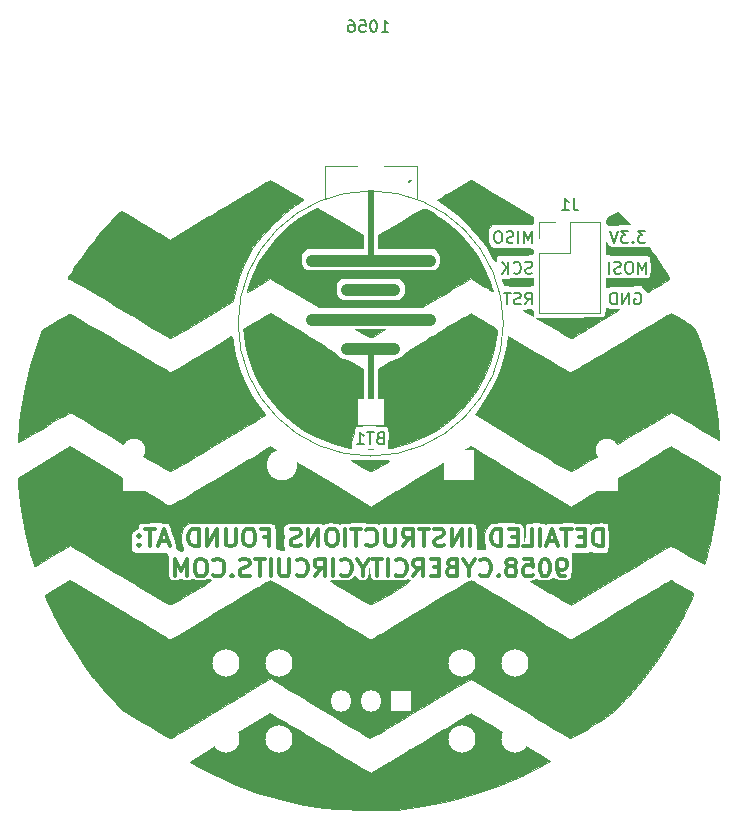
<source format=gbr>
G04 #@! TF.GenerationSoftware,KiCad,Pcbnew,(5.1.6)-1*
G04 #@! TF.CreationDate,2020-10-13T14:36:48-04:00*
G04 #@! TF.ProjectId,Ornament,4f726e61-6d65-46e7-942e-6b696361645f,rev?*
G04 #@! TF.SameCoordinates,Original*
G04 #@! TF.FileFunction,Legend,Bot*
G04 #@! TF.FilePolarity,Positive*
%FSLAX46Y46*%
G04 Gerber Fmt 4.6, Leading zero omitted, Abs format (unit mm)*
G04 Created by KiCad (PCBNEW (5.1.6)-1) date 2020-10-13 14:36:48*
%MOMM*%
%LPD*%
G01*
G04 APERTURE LIST*
%ADD10C,0.150000*%
%ADD11C,0.300000*%
%ADD12C,0.010000*%
%ADD13C,0.120000*%
%ADD14C,0.500000*%
%ADD15C,1.000000*%
%ADD16C,0.100000*%
%ADD17O,23.102000X7.102000*%
%ADD18C,2.602000*%
%ADD19R,2.602000X2.602000*%
%ADD20R,1.802000X1.802000*%
%ADD21O,1.802000X1.802000*%
%ADD22R,2.272000X2.272000*%
%ADD23C,1.902000*%
%ADD24R,1.902000X1.902000*%
%ADD25C,2.302000*%
G04 APERTURE END LIST*
D10*
X100917857Y-63352380D02*
X101489285Y-63352380D01*
X101203571Y-63352380D02*
X101203571Y-62352380D01*
X101298809Y-62495238D01*
X101394047Y-62590476D01*
X101489285Y-62638095D01*
X100298809Y-62352380D02*
X100203571Y-62352380D01*
X100108333Y-62400000D01*
X100060714Y-62447619D01*
X100013095Y-62542857D01*
X99965476Y-62733333D01*
X99965476Y-62971428D01*
X100013095Y-63161904D01*
X100060714Y-63257142D01*
X100108333Y-63304761D01*
X100203571Y-63352380D01*
X100298809Y-63352380D01*
X100394047Y-63304761D01*
X100441666Y-63257142D01*
X100489285Y-63161904D01*
X100536904Y-62971428D01*
X100536904Y-62733333D01*
X100489285Y-62542857D01*
X100441666Y-62447619D01*
X100394047Y-62400000D01*
X100298809Y-62352380D01*
X99060714Y-62352380D02*
X99536904Y-62352380D01*
X99584523Y-62828571D01*
X99536904Y-62780952D01*
X99441666Y-62733333D01*
X99203571Y-62733333D01*
X99108333Y-62780952D01*
X99060714Y-62828571D01*
X99013095Y-62923809D01*
X99013095Y-63161904D01*
X99060714Y-63257142D01*
X99108333Y-63304761D01*
X99203571Y-63352380D01*
X99441666Y-63352380D01*
X99536904Y-63304761D01*
X99584523Y-63257142D01*
X98155952Y-62352380D02*
X98346428Y-62352380D01*
X98441666Y-62400000D01*
X98489285Y-62447619D01*
X98584523Y-62590476D01*
X98632142Y-62780952D01*
X98632142Y-63161904D01*
X98584523Y-63257142D01*
X98536904Y-63304761D01*
X98441666Y-63352380D01*
X98251190Y-63352380D01*
X98155952Y-63304761D01*
X98108333Y-63257142D01*
X98060714Y-63161904D01*
X98060714Y-62923809D01*
X98108333Y-62828571D01*
X98155952Y-62780952D01*
X98251190Y-62733333D01*
X98441666Y-62733333D01*
X98536904Y-62780952D01*
X98584523Y-62828571D01*
X98632142Y-62923809D01*
D11*
X119642857Y-106903571D02*
X119642857Y-105403571D01*
X119285714Y-105403571D01*
X119071428Y-105475000D01*
X118928571Y-105617857D01*
X118857142Y-105760714D01*
X118785714Y-106046428D01*
X118785714Y-106260714D01*
X118857142Y-106546428D01*
X118928571Y-106689285D01*
X119071428Y-106832142D01*
X119285714Y-106903571D01*
X119642857Y-106903571D01*
X118142857Y-106117857D02*
X117642857Y-106117857D01*
X117428571Y-106903571D02*
X118142857Y-106903571D01*
X118142857Y-105403571D01*
X117428571Y-105403571D01*
X117000000Y-105403571D02*
X116142857Y-105403571D01*
X116571428Y-106903571D02*
X116571428Y-105403571D01*
X115714285Y-106475000D02*
X115000000Y-106475000D01*
X115857142Y-106903571D02*
X115357142Y-105403571D01*
X114857142Y-106903571D01*
X114357142Y-106903571D02*
X114357142Y-105403571D01*
X112928571Y-106903571D02*
X113642857Y-106903571D01*
X113642857Y-105403571D01*
X112428571Y-106117857D02*
X111928571Y-106117857D01*
X111714285Y-106903571D02*
X112428571Y-106903571D01*
X112428571Y-105403571D01*
X111714285Y-105403571D01*
X111071428Y-106903571D02*
X111071428Y-105403571D01*
X110714285Y-105403571D01*
X110500000Y-105475000D01*
X110357142Y-105617857D01*
X110285714Y-105760714D01*
X110214285Y-106046428D01*
X110214285Y-106260714D01*
X110285714Y-106546428D01*
X110357142Y-106689285D01*
X110500000Y-106832142D01*
X110714285Y-106903571D01*
X111071428Y-106903571D01*
X108428571Y-106903571D02*
X108428571Y-105403571D01*
X107714285Y-106903571D02*
X107714285Y-105403571D01*
X106857142Y-106903571D01*
X106857142Y-105403571D01*
X106214285Y-106832142D02*
X106000000Y-106903571D01*
X105642857Y-106903571D01*
X105500000Y-106832142D01*
X105428571Y-106760714D01*
X105357142Y-106617857D01*
X105357142Y-106475000D01*
X105428571Y-106332142D01*
X105500000Y-106260714D01*
X105642857Y-106189285D01*
X105928571Y-106117857D01*
X106071428Y-106046428D01*
X106142857Y-105975000D01*
X106214285Y-105832142D01*
X106214285Y-105689285D01*
X106142857Y-105546428D01*
X106071428Y-105475000D01*
X105928571Y-105403571D01*
X105571428Y-105403571D01*
X105357142Y-105475000D01*
X104928571Y-105403571D02*
X104071428Y-105403571D01*
X104500000Y-106903571D02*
X104500000Y-105403571D01*
X102714285Y-106903571D02*
X103214285Y-106189285D01*
X103571428Y-106903571D02*
X103571428Y-105403571D01*
X103000000Y-105403571D01*
X102857142Y-105475000D01*
X102785714Y-105546428D01*
X102714285Y-105689285D01*
X102714285Y-105903571D01*
X102785714Y-106046428D01*
X102857142Y-106117857D01*
X103000000Y-106189285D01*
X103571428Y-106189285D01*
X102071428Y-105403571D02*
X102071428Y-106617857D01*
X102000000Y-106760714D01*
X101928571Y-106832142D01*
X101785714Y-106903571D01*
X101500000Y-106903571D01*
X101357142Y-106832142D01*
X101285714Y-106760714D01*
X101214285Y-106617857D01*
X101214285Y-105403571D01*
X99642857Y-106760714D02*
X99714285Y-106832142D01*
X99928571Y-106903571D01*
X100071428Y-106903571D01*
X100285714Y-106832142D01*
X100428571Y-106689285D01*
X100500000Y-106546428D01*
X100571428Y-106260714D01*
X100571428Y-106046428D01*
X100500000Y-105760714D01*
X100428571Y-105617857D01*
X100285714Y-105475000D01*
X100071428Y-105403571D01*
X99928571Y-105403571D01*
X99714285Y-105475000D01*
X99642857Y-105546428D01*
X99214285Y-105403571D02*
X98357142Y-105403571D01*
X98785714Y-106903571D02*
X98785714Y-105403571D01*
X97857142Y-106903571D02*
X97857142Y-105403571D01*
X96857142Y-105403571D02*
X96571428Y-105403571D01*
X96428571Y-105475000D01*
X96285714Y-105617857D01*
X96214285Y-105903571D01*
X96214285Y-106403571D01*
X96285714Y-106689285D01*
X96428571Y-106832142D01*
X96571428Y-106903571D01*
X96857142Y-106903571D01*
X97000000Y-106832142D01*
X97142857Y-106689285D01*
X97214285Y-106403571D01*
X97214285Y-105903571D01*
X97142857Y-105617857D01*
X97000000Y-105475000D01*
X96857142Y-105403571D01*
X95571428Y-106903571D02*
X95571428Y-105403571D01*
X94714285Y-106903571D01*
X94714285Y-105403571D01*
X94071428Y-106832142D02*
X93857142Y-106903571D01*
X93500000Y-106903571D01*
X93357142Y-106832142D01*
X93285714Y-106760714D01*
X93214285Y-106617857D01*
X93214285Y-106475000D01*
X93285714Y-106332142D01*
X93357142Y-106260714D01*
X93500000Y-106189285D01*
X93785714Y-106117857D01*
X93928571Y-106046428D01*
X94000000Y-105975000D01*
X94071428Y-105832142D01*
X94071428Y-105689285D01*
X94000000Y-105546428D01*
X93928571Y-105475000D01*
X93785714Y-105403571D01*
X93428571Y-105403571D01*
X93214285Y-105475000D01*
X90928571Y-106117857D02*
X91428571Y-106117857D01*
X91428571Y-106903571D02*
X91428571Y-105403571D01*
X90714285Y-105403571D01*
X89857142Y-105403571D02*
X89571428Y-105403571D01*
X89428571Y-105475000D01*
X89285714Y-105617857D01*
X89214285Y-105903571D01*
X89214285Y-106403571D01*
X89285714Y-106689285D01*
X89428571Y-106832142D01*
X89571428Y-106903571D01*
X89857142Y-106903571D01*
X90000000Y-106832142D01*
X90142857Y-106689285D01*
X90214285Y-106403571D01*
X90214285Y-105903571D01*
X90142857Y-105617857D01*
X90000000Y-105475000D01*
X89857142Y-105403571D01*
X88571428Y-105403571D02*
X88571428Y-106617857D01*
X88500000Y-106760714D01*
X88428571Y-106832142D01*
X88285714Y-106903571D01*
X88000000Y-106903571D01*
X87857142Y-106832142D01*
X87785714Y-106760714D01*
X87714285Y-106617857D01*
X87714285Y-105403571D01*
X87000000Y-106903571D02*
X87000000Y-105403571D01*
X86142857Y-106903571D01*
X86142857Y-105403571D01*
X85428571Y-106903571D02*
X85428571Y-105403571D01*
X85071428Y-105403571D01*
X84857142Y-105475000D01*
X84714285Y-105617857D01*
X84642857Y-105760714D01*
X84571428Y-106046428D01*
X84571428Y-106260714D01*
X84642857Y-106546428D01*
X84714285Y-106689285D01*
X84857142Y-106832142D01*
X85071428Y-106903571D01*
X85428571Y-106903571D01*
X82857142Y-106475000D02*
X82142857Y-106475000D01*
X83000000Y-106903571D02*
X82500000Y-105403571D01*
X82000000Y-106903571D01*
X81714285Y-105403571D02*
X80857142Y-105403571D01*
X81285714Y-106903571D02*
X81285714Y-105403571D01*
X80357142Y-106760714D02*
X80285714Y-106832142D01*
X80357142Y-106903571D01*
X80428571Y-106832142D01*
X80357142Y-106760714D01*
X80357142Y-106903571D01*
X80357142Y-105975000D02*
X80285714Y-106046428D01*
X80357142Y-106117857D01*
X80428571Y-106046428D01*
X80357142Y-105975000D01*
X80357142Y-106117857D01*
X116464285Y-109453571D02*
X116178571Y-109453571D01*
X116035714Y-109382142D01*
X115964285Y-109310714D01*
X115821428Y-109096428D01*
X115750000Y-108810714D01*
X115750000Y-108239285D01*
X115821428Y-108096428D01*
X115892857Y-108025000D01*
X116035714Y-107953571D01*
X116321428Y-107953571D01*
X116464285Y-108025000D01*
X116535714Y-108096428D01*
X116607142Y-108239285D01*
X116607142Y-108596428D01*
X116535714Y-108739285D01*
X116464285Y-108810714D01*
X116321428Y-108882142D01*
X116035714Y-108882142D01*
X115892857Y-108810714D01*
X115821428Y-108739285D01*
X115750000Y-108596428D01*
X114821428Y-107953571D02*
X114678571Y-107953571D01*
X114535714Y-108025000D01*
X114464285Y-108096428D01*
X114392857Y-108239285D01*
X114321428Y-108525000D01*
X114321428Y-108882142D01*
X114392857Y-109167857D01*
X114464285Y-109310714D01*
X114535714Y-109382142D01*
X114678571Y-109453571D01*
X114821428Y-109453571D01*
X114964285Y-109382142D01*
X115035714Y-109310714D01*
X115107142Y-109167857D01*
X115178571Y-108882142D01*
X115178571Y-108525000D01*
X115107142Y-108239285D01*
X115035714Y-108096428D01*
X114964285Y-108025000D01*
X114821428Y-107953571D01*
X112964285Y-107953571D02*
X113678571Y-107953571D01*
X113750000Y-108667857D01*
X113678571Y-108596428D01*
X113535714Y-108525000D01*
X113178571Y-108525000D01*
X113035714Y-108596428D01*
X112964285Y-108667857D01*
X112892857Y-108810714D01*
X112892857Y-109167857D01*
X112964285Y-109310714D01*
X113035714Y-109382142D01*
X113178571Y-109453571D01*
X113535714Y-109453571D01*
X113678571Y-109382142D01*
X113750000Y-109310714D01*
X112035714Y-108596428D02*
X112178571Y-108525000D01*
X112250000Y-108453571D01*
X112321428Y-108310714D01*
X112321428Y-108239285D01*
X112250000Y-108096428D01*
X112178571Y-108025000D01*
X112035714Y-107953571D01*
X111750000Y-107953571D01*
X111607142Y-108025000D01*
X111535714Y-108096428D01*
X111464285Y-108239285D01*
X111464285Y-108310714D01*
X111535714Y-108453571D01*
X111607142Y-108525000D01*
X111750000Y-108596428D01*
X112035714Y-108596428D01*
X112178571Y-108667857D01*
X112250000Y-108739285D01*
X112321428Y-108882142D01*
X112321428Y-109167857D01*
X112250000Y-109310714D01*
X112178571Y-109382142D01*
X112035714Y-109453571D01*
X111750000Y-109453571D01*
X111607142Y-109382142D01*
X111535714Y-109310714D01*
X111464285Y-109167857D01*
X111464285Y-108882142D01*
X111535714Y-108739285D01*
X111607142Y-108667857D01*
X111750000Y-108596428D01*
X110821428Y-109310714D02*
X110750000Y-109382142D01*
X110821428Y-109453571D01*
X110892857Y-109382142D01*
X110821428Y-109310714D01*
X110821428Y-109453571D01*
X109250000Y-109310714D02*
X109321428Y-109382142D01*
X109535714Y-109453571D01*
X109678571Y-109453571D01*
X109892857Y-109382142D01*
X110035714Y-109239285D01*
X110107142Y-109096428D01*
X110178571Y-108810714D01*
X110178571Y-108596428D01*
X110107142Y-108310714D01*
X110035714Y-108167857D01*
X109892857Y-108025000D01*
X109678571Y-107953571D01*
X109535714Y-107953571D01*
X109321428Y-108025000D01*
X109250000Y-108096428D01*
X108321428Y-108739285D02*
X108321428Y-109453571D01*
X108821428Y-107953571D02*
X108321428Y-108739285D01*
X107821428Y-107953571D01*
X106821428Y-108667857D02*
X106607142Y-108739285D01*
X106535714Y-108810714D01*
X106464285Y-108953571D01*
X106464285Y-109167857D01*
X106535714Y-109310714D01*
X106607142Y-109382142D01*
X106750000Y-109453571D01*
X107321428Y-109453571D01*
X107321428Y-107953571D01*
X106821428Y-107953571D01*
X106678571Y-108025000D01*
X106607142Y-108096428D01*
X106535714Y-108239285D01*
X106535714Y-108382142D01*
X106607142Y-108525000D01*
X106678571Y-108596428D01*
X106821428Y-108667857D01*
X107321428Y-108667857D01*
X105821428Y-108667857D02*
X105321428Y-108667857D01*
X105107142Y-109453571D02*
X105821428Y-109453571D01*
X105821428Y-107953571D01*
X105107142Y-107953571D01*
X103607142Y-109453571D02*
X104107142Y-108739285D01*
X104464285Y-109453571D02*
X104464285Y-107953571D01*
X103892857Y-107953571D01*
X103750000Y-108025000D01*
X103678571Y-108096428D01*
X103607142Y-108239285D01*
X103607142Y-108453571D01*
X103678571Y-108596428D01*
X103750000Y-108667857D01*
X103892857Y-108739285D01*
X104464285Y-108739285D01*
X102107142Y-109310714D02*
X102178571Y-109382142D01*
X102392857Y-109453571D01*
X102535714Y-109453571D01*
X102750000Y-109382142D01*
X102892857Y-109239285D01*
X102964285Y-109096428D01*
X103035714Y-108810714D01*
X103035714Y-108596428D01*
X102964285Y-108310714D01*
X102892857Y-108167857D01*
X102750000Y-108025000D01*
X102535714Y-107953571D01*
X102392857Y-107953571D01*
X102178571Y-108025000D01*
X102107142Y-108096428D01*
X101464285Y-109453571D02*
X101464285Y-107953571D01*
X100964285Y-107953571D02*
X100107142Y-107953571D01*
X100535714Y-109453571D02*
X100535714Y-107953571D01*
X99321428Y-108739285D02*
X99321428Y-109453571D01*
X99821428Y-107953571D02*
X99321428Y-108739285D01*
X98821428Y-107953571D01*
X97464285Y-109310714D02*
X97535714Y-109382142D01*
X97750000Y-109453571D01*
X97892857Y-109453571D01*
X98107142Y-109382142D01*
X98250000Y-109239285D01*
X98321428Y-109096428D01*
X98392857Y-108810714D01*
X98392857Y-108596428D01*
X98321428Y-108310714D01*
X98250000Y-108167857D01*
X98107142Y-108025000D01*
X97892857Y-107953571D01*
X97750000Y-107953571D01*
X97535714Y-108025000D01*
X97464285Y-108096428D01*
X96821428Y-109453571D02*
X96821428Y-107953571D01*
X95250000Y-109453571D02*
X95750000Y-108739285D01*
X96107142Y-109453571D02*
X96107142Y-107953571D01*
X95535714Y-107953571D01*
X95392857Y-108025000D01*
X95321428Y-108096428D01*
X95250000Y-108239285D01*
X95250000Y-108453571D01*
X95321428Y-108596428D01*
X95392857Y-108667857D01*
X95535714Y-108739285D01*
X96107142Y-108739285D01*
X93750000Y-109310714D02*
X93821428Y-109382142D01*
X94035714Y-109453571D01*
X94178571Y-109453571D01*
X94392857Y-109382142D01*
X94535714Y-109239285D01*
X94607142Y-109096428D01*
X94678571Y-108810714D01*
X94678571Y-108596428D01*
X94607142Y-108310714D01*
X94535714Y-108167857D01*
X94392857Y-108025000D01*
X94178571Y-107953571D01*
X94035714Y-107953571D01*
X93821428Y-108025000D01*
X93750000Y-108096428D01*
X93107142Y-107953571D02*
X93107142Y-109167857D01*
X93035714Y-109310714D01*
X92964285Y-109382142D01*
X92821428Y-109453571D01*
X92535714Y-109453571D01*
X92392857Y-109382142D01*
X92321428Y-109310714D01*
X92250000Y-109167857D01*
X92250000Y-107953571D01*
X91535714Y-109453571D02*
X91535714Y-107953571D01*
X91035714Y-107953571D02*
X90178571Y-107953571D01*
X90607142Y-109453571D02*
X90607142Y-107953571D01*
X89750000Y-109382142D02*
X89535714Y-109453571D01*
X89178571Y-109453571D01*
X89035714Y-109382142D01*
X88964285Y-109310714D01*
X88892857Y-109167857D01*
X88892857Y-109025000D01*
X88964285Y-108882142D01*
X89035714Y-108810714D01*
X89178571Y-108739285D01*
X89464285Y-108667857D01*
X89607142Y-108596428D01*
X89678571Y-108525000D01*
X89750000Y-108382142D01*
X89750000Y-108239285D01*
X89678571Y-108096428D01*
X89607142Y-108025000D01*
X89464285Y-107953571D01*
X89107142Y-107953571D01*
X88892857Y-108025000D01*
X88250000Y-109310714D02*
X88178571Y-109382142D01*
X88250000Y-109453571D01*
X88321428Y-109382142D01*
X88250000Y-109310714D01*
X88250000Y-109453571D01*
X86678571Y-109310714D02*
X86750000Y-109382142D01*
X86964285Y-109453571D01*
X87107142Y-109453571D01*
X87321428Y-109382142D01*
X87464285Y-109239285D01*
X87535714Y-109096428D01*
X87607142Y-108810714D01*
X87607142Y-108596428D01*
X87535714Y-108310714D01*
X87464285Y-108167857D01*
X87321428Y-108025000D01*
X87107142Y-107953571D01*
X86964285Y-107953571D01*
X86750000Y-108025000D01*
X86678571Y-108096428D01*
X85750000Y-107953571D02*
X85464285Y-107953571D01*
X85321428Y-108025000D01*
X85178571Y-108167857D01*
X85107142Y-108453571D01*
X85107142Y-108953571D01*
X85178571Y-109239285D01*
X85321428Y-109382142D01*
X85464285Y-109453571D01*
X85750000Y-109453571D01*
X85892857Y-109382142D01*
X86035714Y-109239285D01*
X86107142Y-108953571D01*
X86107142Y-108453571D01*
X86035714Y-108167857D01*
X85892857Y-108025000D01*
X85750000Y-107953571D01*
X84464285Y-109453571D02*
X84464285Y-107953571D01*
X83964285Y-109025000D01*
X83464285Y-107953571D01*
X83464285Y-109453571D01*
D12*
G36*
X89324420Y-122327208D02*
G01*
X88698105Y-122703039D01*
X88046198Y-123094854D01*
X87403591Y-123481638D01*
X86805176Y-123842375D01*
X86285846Y-124156049D01*
X85915662Y-124380289D01*
X84658323Y-125143586D01*
X85153662Y-125431080D01*
X86792044Y-126298528D01*
X88553511Y-127074479D01*
X90413772Y-127750830D01*
X92348540Y-128319478D01*
X94333523Y-128772320D01*
X96025389Y-129057773D01*
X96360979Y-129093275D01*
X96834645Y-129126767D01*
X97415504Y-129157478D01*
X98072671Y-129184639D01*
X98775263Y-129207477D01*
X99492395Y-129225222D01*
X100193183Y-129237104D01*
X100846744Y-129242351D01*
X101422192Y-129240193D01*
X101888643Y-129229860D01*
X102201333Y-129211893D01*
X104431199Y-128929003D01*
X106617928Y-128495531D01*
X108748318Y-127915508D01*
X110809170Y-127192966D01*
X112787284Y-126331936D01*
X114416456Y-125481367D01*
X115159246Y-125061243D01*
X114416456Y-124603771D01*
X114085623Y-124400955D01*
X113793752Y-124223726D01*
X113580678Y-124096183D01*
X113504333Y-124051915D01*
X113392879Y-123986552D01*
X113154923Y-123844728D01*
X112808916Y-123637514D01*
X112373308Y-123375986D01*
X111866552Y-123071215D01*
X111307096Y-122734275D01*
X110927534Y-122505432D01*
X110350553Y-122158375D01*
X109819934Y-121841042D01*
X109352997Y-121563649D01*
X108967065Y-121336411D01*
X108679460Y-121169546D01*
X108507505Y-121073269D01*
X108465431Y-121053334D01*
X108381944Y-121095463D01*
X108171871Y-121214712D01*
X107853402Y-121400374D01*
X107444728Y-121641741D01*
X106964040Y-121928106D01*
X106429526Y-122248762D01*
X106216231Y-122377285D01*
X105640678Y-122724183D01*
X105089626Y-123055707D01*
X104586050Y-123358080D01*
X104152923Y-123617528D01*
X103813220Y-123820274D01*
X103589918Y-123952542D01*
X103556000Y-123972383D01*
X103340951Y-124099423D01*
X103011395Y-124296398D01*
X102597464Y-124545190D01*
X102129290Y-124827680D01*
X101637005Y-125125750D01*
X101538171Y-125185721D01*
X99986009Y-126127910D01*
X99209838Y-125653501D01*
X98870573Y-125447499D01*
X98429221Y-125181504D01*
X97929444Y-124881724D01*
X97414905Y-124574367D01*
X97079000Y-124374489D01*
X96606751Y-124093281D01*
X96145661Y-123817431D01*
X95731179Y-123568239D01*
X95398752Y-123367007D01*
X95216333Y-123255250D01*
X94923508Y-123075823D01*
X94536823Y-122841663D01*
X94087087Y-122571145D01*
X93605108Y-122282638D01*
X93121694Y-121994516D01*
X92667653Y-121725151D01*
X92273793Y-121492914D01*
X91970922Y-121316177D01*
X91822087Y-121231139D01*
X91475840Y-121037424D01*
X89324420Y-122327208D01*
G37*
X89324420Y-122327208D02*
X88698105Y-122703039D01*
X88046198Y-123094854D01*
X87403591Y-123481638D01*
X86805176Y-123842375D01*
X86285846Y-124156049D01*
X85915662Y-124380289D01*
X84658323Y-125143586D01*
X85153662Y-125431080D01*
X86792044Y-126298528D01*
X88553511Y-127074479D01*
X90413772Y-127750830D01*
X92348540Y-128319478D01*
X94333523Y-128772320D01*
X96025389Y-129057773D01*
X96360979Y-129093275D01*
X96834645Y-129126767D01*
X97415504Y-129157478D01*
X98072671Y-129184639D01*
X98775263Y-129207477D01*
X99492395Y-129225222D01*
X100193183Y-129237104D01*
X100846744Y-129242351D01*
X101422192Y-129240193D01*
X101888643Y-129229860D01*
X102201333Y-129211893D01*
X104431199Y-128929003D01*
X106617928Y-128495531D01*
X108748318Y-127915508D01*
X110809170Y-127192966D01*
X112787284Y-126331936D01*
X114416456Y-125481367D01*
X115159246Y-125061243D01*
X114416456Y-124603771D01*
X114085623Y-124400955D01*
X113793752Y-124223726D01*
X113580678Y-124096183D01*
X113504333Y-124051915D01*
X113392879Y-123986552D01*
X113154923Y-123844728D01*
X112808916Y-123637514D01*
X112373308Y-123375986D01*
X111866552Y-123071215D01*
X111307096Y-122734275D01*
X110927534Y-122505432D01*
X110350553Y-122158375D01*
X109819934Y-121841042D01*
X109352997Y-121563649D01*
X108967065Y-121336411D01*
X108679460Y-121169546D01*
X108507505Y-121073269D01*
X108465431Y-121053334D01*
X108381944Y-121095463D01*
X108171871Y-121214712D01*
X107853402Y-121400374D01*
X107444728Y-121641741D01*
X106964040Y-121928106D01*
X106429526Y-122248762D01*
X106216231Y-122377285D01*
X105640678Y-122724183D01*
X105089626Y-123055707D01*
X104586050Y-123358080D01*
X104152923Y-123617528D01*
X103813220Y-123820274D01*
X103589918Y-123952542D01*
X103556000Y-123972383D01*
X103340951Y-124099423D01*
X103011395Y-124296398D01*
X102597464Y-124545190D01*
X102129290Y-124827680D01*
X101637005Y-125125750D01*
X101538171Y-125185721D01*
X99986009Y-126127910D01*
X99209838Y-125653501D01*
X98870573Y-125447499D01*
X98429221Y-125181504D01*
X97929444Y-124881724D01*
X97414905Y-124574367D01*
X97079000Y-124374489D01*
X96606751Y-124093281D01*
X96145661Y-123817431D01*
X95731179Y-123568239D01*
X95398752Y-123367007D01*
X95216333Y-123255250D01*
X94923508Y-123075823D01*
X94536823Y-122841663D01*
X94087087Y-122571145D01*
X93605108Y-122282638D01*
X93121694Y-121994516D01*
X92667653Y-121725151D01*
X92273793Y-121492914D01*
X91970922Y-121316177D01*
X91822087Y-121231139D01*
X91475840Y-121037424D01*
X89324420Y-122327208D01*
G36*
X73497511Y-110354231D02*
G01*
X73123548Y-110578548D01*
X72803990Y-110772111D01*
X72565874Y-110918399D01*
X72436236Y-111000890D01*
X72421138Y-111011973D01*
X72437637Y-111099816D01*
X72511615Y-111307434D01*
X72630160Y-111600590D01*
X72733046Y-111839045D01*
X73203969Y-112825590D01*
X73772614Y-113885618D01*
X74413083Y-114976891D01*
X75099478Y-116057169D01*
X75805903Y-117084211D01*
X76506459Y-118015778D01*
X76565542Y-118090000D01*
X76880301Y-118473520D01*
X77238437Y-118893640D01*
X77616799Y-119324849D01*
X77992239Y-119741635D01*
X78341606Y-120118487D01*
X78641750Y-120429894D01*
X78869523Y-120650344D01*
X78954737Y-120722941D01*
X79076204Y-120804888D01*
X79312845Y-120954538D01*
X79641896Y-121158201D01*
X80040593Y-121402188D01*
X80486172Y-121672809D01*
X80955868Y-121956374D01*
X81426919Y-122239192D01*
X81876560Y-122507575D01*
X82282027Y-122747831D01*
X82620556Y-122946272D01*
X82869384Y-123089206D01*
X83005746Y-123162945D01*
X83023762Y-123170000D01*
X83109852Y-123128052D01*
X83315118Y-123011956D01*
X83614536Y-122836337D01*
X83983085Y-122615820D01*
X84277697Y-122437152D01*
X84722092Y-122167024D01*
X85154966Y-121905366D01*
X85538696Y-121674819D01*
X85835657Y-121498022D01*
X85945333Y-121433660D01*
X86207530Y-121279379D01*
X86579959Y-121057704D01*
X87028226Y-120789310D01*
X87517935Y-120494876D01*
X88014692Y-120195078D01*
X88484101Y-119910593D01*
X88866333Y-119677660D01*
X89092493Y-119540407D01*
X89425178Y-119339887D01*
X89825449Y-119099508D01*
X90254364Y-118842680D01*
X90411645Y-118748698D01*
X91533623Y-118078675D01*
X91766311Y-118241358D01*
X91922934Y-118343472D01*
X92191785Y-118511338D01*
X92539295Y-118724580D01*
X92931898Y-118962825D01*
X93336026Y-119205697D01*
X93718113Y-119432822D01*
X94031000Y-119615966D01*
X94160630Y-119692635D01*
X94417204Y-119845813D01*
X94782613Y-120064635D01*
X95238747Y-120338240D01*
X95767499Y-120655766D01*
X96350757Y-121006351D01*
X96952000Y-121368049D01*
X97567587Y-121738171D01*
X98143502Y-122083760D01*
X98662161Y-122394314D01*
X99105976Y-122659331D01*
X99457361Y-122868309D01*
X99698728Y-123010748D01*
X99812040Y-123075904D01*
X99852063Y-123092138D01*
X99902539Y-123097259D01*
X99972356Y-123086204D01*
X100070404Y-123053911D01*
X100205574Y-122995319D01*
X100386754Y-122905365D01*
X100622834Y-122778986D01*
X100922704Y-122611121D01*
X101295253Y-122396708D01*
X101749372Y-122130685D01*
X102293950Y-121807988D01*
X102937875Y-121423557D01*
X103690039Y-120972328D01*
X104559331Y-120449241D01*
X105554640Y-119849232D01*
X106684856Y-119167239D01*
X106831841Y-119078521D01*
X108456681Y-118097770D01*
X112618740Y-120597432D01*
X113384399Y-121056904D01*
X114107836Y-121490323D01*
X114775824Y-121889813D01*
X115375139Y-122247499D01*
X115892553Y-122555504D01*
X116314842Y-122805955D01*
X116628779Y-122990974D01*
X116821140Y-123102686D01*
X116878233Y-123133850D01*
X116976667Y-123102976D01*
X117196906Y-122995866D01*
X117516365Y-122824750D01*
X117912459Y-122601854D01*
X118362606Y-122339405D01*
X118532703Y-122238098D01*
X119112610Y-121888395D01*
X119576476Y-121599391D01*
X119954746Y-121346846D01*
X120277870Y-121106518D01*
X120576292Y-120854166D01*
X120880462Y-120565550D01*
X121220825Y-120216429D01*
X121627829Y-119782562D01*
X121658933Y-119749111D01*
X123023720Y-118167371D01*
X124288080Y-116472126D01*
X125432232Y-114692917D01*
X126436398Y-112859283D01*
X126850249Y-111996086D01*
X127023714Y-111607420D01*
X127164070Y-111274162D01*
X127259424Y-111026045D01*
X127297881Y-110892801D01*
X127296725Y-110879944D01*
X127209120Y-110809976D01*
X127010821Y-110680820D01*
X126736017Y-110512337D01*
X126418900Y-110324392D01*
X126093659Y-110136845D01*
X125794486Y-109969560D01*
X125555572Y-109842400D01*
X125411107Y-109775228D01*
X125385936Y-109769890D01*
X125350483Y-109787374D01*
X125267651Y-109833859D01*
X125128879Y-109914466D01*
X124925608Y-110034317D01*
X124649277Y-110198533D01*
X124291328Y-110412235D01*
X123843199Y-110680546D01*
X123296332Y-111008586D01*
X122642165Y-111401478D01*
X121872140Y-111864341D01*
X120977696Y-112402298D01*
X119950273Y-113020471D01*
X119492124Y-113296179D01*
X118905480Y-113648018D01*
X118364256Y-113970293D01*
X117885662Y-114252935D01*
X117486912Y-114485874D01*
X117185218Y-114659041D01*
X116997792Y-114762367D01*
X116942064Y-114788000D01*
X116856996Y-114745610D01*
X116641981Y-114624296D01*
X116311921Y-114432846D01*
X115881715Y-114180046D01*
X115366267Y-113874683D01*
X114780475Y-113525544D01*
X114139242Y-113141414D01*
X113621273Y-112829840D01*
X112641615Y-112239617D01*
X111796704Y-111730891D01*
X111076319Y-111297647D01*
X110470240Y-110933870D01*
X109968248Y-110633546D01*
X109560123Y-110390659D01*
X109235643Y-110199194D01*
X108984590Y-110053136D01*
X108796743Y-109946470D01*
X108661882Y-109873181D01*
X108569786Y-109827255D01*
X108510236Y-109802676D01*
X108473012Y-109793429D01*
X108460813Y-109792667D01*
X108430807Y-109798482D01*
X108377949Y-109819677D01*
X108292735Y-109861876D01*
X108165658Y-109930703D01*
X107987214Y-110031782D01*
X107747897Y-110170737D01*
X107438202Y-110353193D01*
X107048623Y-110584772D01*
X106569656Y-110871099D01*
X105991794Y-111217799D01*
X105305532Y-111630495D01*
X104501365Y-112114811D01*
X103569788Y-112676371D01*
X102680279Y-113212836D01*
X102077726Y-113575043D01*
X101520026Y-113907894D01*
X101023947Y-114201564D01*
X100606259Y-114446227D01*
X100283734Y-114632058D01*
X100073139Y-114749229D01*
X99991904Y-114788000D01*
X99905300Y-114745644D01*
X99689132Y-114624565D01*
X99358686Y-114433745D01*
X98929247Y-114182166D01*
X98416101Y-113878811D01*
X97834535Y-113532661D01*
X97199833Y-113152700D01*
X96803625Y-112914493D01*
X96136014Y-112512631D01*
X95505647Y-112133474D01*
X94929003Y-111786911D01*
X94422560Y-111482835D01*
X94002797Y-111231135D01*
X93686191Y-111041702D01*
X93489221Y-110924428D01*
X93438333Y-110894545D01*
X93259973Y-110789889D01*
X92979869Y-110623475D01*
X92641252Y-110421049D01*
X92390349Y-110270385D01*
X92057639Y-110075948D01*
X91771987Y-109919632D01*
X91567965Y-109819713D01*
X91486729Y-109792667D01*
X91375782Y-109834880D01*
X91153186Y-109949999D01*
X90850612Y-110120743D01*
X90499730Y-110329829D01*
X90478185Y-110343000D01*
X90133243Y-110552512D01*
X89843553Y-110725310D01*
X89637894Y-110844453D01*
X89545040Y-110893005D01*
X89543254Y-110893334D01*
X89461513Y-110936339D01*
X89269716Y-111052343D01*
X88999632Y-111221826D01*
X88785389Y-111359000D01*
X88478500Y-111554123D01*
X88226429Y-111709038D01*
X88061563Y-111804149D01*
X88015755Y-111824667D01*
X87927625Y-111866952D01*
X87731659Y-111980210D01*
X87462585Y-112144040D01*
X87316482Y-112235394D01*
X86753226Y-112586685D01*
X86168501Y-112944539D01*
X85580854Y-113298246D01*
X85008831Y-113637095D01*
X84470980Y-113950376D01*
X83985847Y-114227380D01*
X83571981Y-114457396D01*
X83247927Y-114629714D01*
X83032233Y-114733625D01*
X82945314Y-114759549D01*
X82853761Y-114709057D01*
X82630444Y-114579156D01*
X82288672Y-114377765D01*
X81841760Y-114112803D01*
X81303019Y-113792189D01*
X80685762Y-113423843D01*
X80003300Y-113015684D01*
X79268946Y-112575632D01*
X78684681Y-112224950D01*
X74536767Y-109733605D01*
X73497511Y-110354231D01*
G37*
X73497511Y-110354231D02*
X73123548Y-110578548D01*
X72803990Y-110772111D01*
X72565874Y-110918399D01*
X72436236Y-111000890D01*
X72421138Y-111011973D01*
X72437637Y-111099816D01*
X72511615Y-111307434D01*
X72630160Y-111600590D01*
X72733046Y-111839045D01*
X73203969Y-112825590D01*
X73772614Y-113885618D01*
X74413083Y-114976891D01*
X75099478Y-116057169D01*
X75805903Y-117084211D01*
X76506459Y-118015778D01*
X76565542Y-118090000D01*
X76880301Y-118473520D01*
X77238437Y-118893640D01*
X77616799Y-119324849D01*
X77992239Y-119741635D01*
X78341606Y-120118487D01*
X78641750Y-120429894D01*
X78869523Y-120650344D01*
X78954737Y-120722941D01*
X79076204Y-120804888D01*
X79312845Y-120954538D01*
X79641896Y-121158201D01*
X80040593Y-121402188D01*
X80486172Y-121672809D01*
X80955868Y-121956374D01*
X81426919Y-122239192D01*
X81876560Y-122507575D01*
X82282027Y-122747831D01*
X82620556Y-122946272D01*
X82869384Y-123089206D01*
X83005746Y-123162945D01*
X83023762Y-123170000D01*
X83109852Y-123128052D01*
X83315118Y-123011956D01*
X83614536Y-122836337D01*
X83983085Y-122615820D01*
X84277697Y-122437152D01*
X84722092Y-122167024D01*
X85154966Y-121905366D01*
X85538696Y-121674819D01*
X85835657Y-121498022D01*
X85945333Y-121433660D01*
X86207530Y-121279379D01*
X86579959Y-121057704D01*
X87028226Y-120789310D01*
X87517935Y-120494876D01*
X88014692Y-120195078D01*
X88484101Y-119910593D01*
X88866333Y-119677660D01*
X89092493Y-119540407D01*
X89425178Y-119339887D01*
X89825449Y-119099508D01*
X90254364Y-118842680D01*
X90411645Y-118748698D01*
X91533623Y-118078675D01*
X91766311Y-118241358D01*
X91922934Y-118343472D01*
X92191785Y-118511338D01*
X92539295Y-118724580D01*
X92931898Y-118962825D01*
X93336026Y-119205697D01*
X93718113Y-119432822D01*
X94031000Y-119615966D01*
X94160630Y-119692635D01*
X94417204Y-119845813D01*
X94782613Y-120064635D01*
X95238747Y-120338240D01*
X95767499Y-120655766D01*
X96350757Y-121006351D01*
X96952000Y-121368049D01*
X97567587Y-121738171D01*
X98143502Y-122083760D01*
X98662161Y-122394314D01*
X99105976Y-122659331D01*
X99457361Y-122868309D01*
X99698728Y-123010748D01*
X99812040Y-123075904D01*
X99852063Y-123092138D01*
X99902539Y-123097259D01*
X99972356Y-123086204D01*
X100070404Y-123053911D01*
X100205574Y-122995319D01*
X100386754Y-122905365D01*
X100622834Y-122778986D01*
X100922704Y-122611121D01*
X101295253Y-122396708D01*
X101749372Y-122130685D01*
X102293950Y-121807988D01*
X102937875Y-121423557D01*
X103690039Y-120972328D01*
X104559331Y-120449241D01*
X105554640Y-119849232D01*
X106684856Y-119167239D01*
X106831841Y-119078521D01*
X108456681Y-118097770D01*
X112618740Y-120597432D01*
X113384399Y-121056904D01*
X114107836Y-121490323D01*
X114775824Y-121889813D01*
X115375139Y-122247499D01*
X115892553Y-122555504D01*
X116314842Y-122805955D01*
X116628779Y-122990974D01*
X116821140Y-123102686D01*
X116878233Y-123133850D01*
X116976667Y-123102976D01*
X117196906Y-122995866D01*
X117516365Y-122824750D01*
X117912459Y-122601854D01*
X118362606Y-122339405D01*
X118532703Y-122238098D01*
X119112610Y-121888395D01*
X119576476Y-121599391D01*
X119954746Y-121346846D01*
X120277870Y-121106518D01*
X120576292Y-120854166D01*
X120880462Y-120565550D01*
X121220825Y-120216429D01*
X121627829Y-119782562D01*
X121658933Y-119749111D01*
X123023720Y-118167371D01*
X124288080Y-116472126D01*
X125432232Y-114692917D01*
X126436398Y-112859283D01*
X126850249Y-111996086D01*
X127023714Y-111607420D01*
X127164070Y-111274162D01*
X127259424Y-111026045D01*
X127297881Y-110892801D01*
X127296725Y-110879944D01*
X127209120Y-110809976D01*
X127010821Y-110680820D01*
X126736017Y-110512337D01*
X126418900Y-110324392D01*
X126093659Y-110136845D01*
X125794486Y-109969560D01*
X125555572Y-109842400D01*
X125411107Y-109775228D01*
X125385936Y-109769890D01*
X125350483Y-109787374D01*
X125267651Y-109833859D01*
X125128879Y-109914466D01*
X124925608Y-110034317D01*
X124649277Y-110198533D01*
X124291328Y-110412235D01*
X123843199Y-110680546D01*
X123296332Y-111008586D01*
X122642165Y-111401478D01*
X121872140Y-111864341D01*
X120977696Y-112402298D01*
X119950273Y-113020471D01*
X119492124Y-113296179D01*
X118905480Y-113648018D01*
X118364256Y-113970293D01*
X117885662Y-114252935D01*
X117486912Y-114485874D01*
X117185218Y-114659041D01*
X116997792Y-114762367D01*
X116942064Y-114788000D01*
X116856996Y-114745610D01*
X116641981Y-114624296D01*
X116311921Y-114432846D01*
X115881715Y-114180046D01*
X115366267Y-113874683D01*
X114780475Y-113525544D01*
X114139242Y-113141414D01*
X113621273Y-112829840D01*
X112641615Y-112239617D01*
X111796704Y-111730891D01*
X111076319Y-111297647D01*
X110470240Y-110933870D01*
X109968248Y-110633546D01*
X109560123Y-110390659D01*
X109235643Y-110199194D01*
X108984590Y-110053136D01*
X108796743Y-109946470D01*
X108661882Y-109873181D01*
X108569786Y-109827255D01*
X108510236Y-109802676D01*
X108473012Y-109793429D01*
X108460813Y-109792667D01*
X108430807Y-109798482D01*
X108377949Y-109819677D01*
X108292735Y-109861876D01*
X108165658Y-109930703D01*
X107987214Y-110031782D01*
X107747897Y-110170737D01*
X107438202Y-110353193D01*
X107048623Y-110584772D01*
X106569656Y-110871099D01*
X105991794Y-111217799D01*
X105305532Y-111630495D01*
X104501365Y-112114811D01*
X103569788Y-112676371D01*
X102680279Y-113212836D01*
X102077726Y-113575043D01*
X101520026Y-113907894D01*
X101023947Y-114201564D01*
X100606259Y-114446227D01*
X100283734Y-114632058D01*
X100073139Y-114749229D01*
X99991904Y-114788000D01*
X99905300Y-114745644D01*
X99689132Y-114624565D01*
X99358686Y-114433745D01*
X98929247Y-114182166D01*
X98416101Y-113878811D01*
X97834535Y-113532661D01*
X97199833Y-113152700D01*
X96803625Y-112914493D01*
X96136014Y-112512631D01*
X95505647Y-112133474D01*
X94929003Y-111786911D01*
X94422560Y-111482835D01*
X94002797Y-111231135D01*
X93686191Y-111041702D01*
X93489221Y-110924428D01*
X93438333Y-110894545D01*
X93259973Y-110789889D01*
X92979869Y-110623475D01*
X92641252Y-110421049D01*
X92390349Y-110270385D01*
X92057639Y-110075948D01*
X91771987Y-109919632D01*
X91567965Y-109819713D01*
X91486729Y-109792667D01*
X91375782Y-109834880D01*
X91153186Y-109949999D01*
X90850612Y-110120743D01*
X90499730Y-110329829D01*
X90478185Y-110343000D01*
X90133243Y-110552512D01*
X89843553Y-110725310D01*
X89637894Y-110844453D01*
X89545040Y-110893005D01*
X89543254Y-110893334D01*
X89461513Y-110936339D01*
X89269716Y-111052343D01*
X88999632Y-111221826D01*
X88785389Y-111359000D01*
X88478500Y-111554123D01*
X88226429Y-111709038D01*
X88061563Y-111804149D01*
X88015755Y-111824667D01*
X87927625Y-111866952D01*
X87731659Y-111980210D01*
X87462585Y-112144040D01*
X87316482Y-112235394D01*
X86753226Y-112586685D01*
X86168501Y-112944539D01*
X85580854Y-113298246D01*
X85008831Y-113637095D01*
X84470980Y-113950376D01*
X83985847Y-114227380D01*
X83571981Y-114457396D01*
X83247927Y-114629714D01*
X83032233Y-114733625D01*
X82945314Y-114759549D01*
X82853761Y-114709057D01*
X82630444Y-114579156D01*
X82288672Y-114377765D01*
X81841760Y-114112803D01*
X81303019Y-113792189D01*
X80685762Y-113423843D01*
X80003300Y-113015684D01*
X79268946Y-112575632D01*
X78684681Y-112224950D01*
X74536767Y-109733605D01*
X73497511Y-110354231D01*
G36*
X70104934Y-101097576D02*
G01*
X70156900Y-101698622D01*
X70321843Y-103226289D01*
X70546925Y-104717993D01*
X70824823Y-106131934D01*
X71148217Y-107426314D01*
X71179341Y-107535645D01*
X71292539Y-107924604D01*
X71389356Y-108249177D01*
X71460156Y-108477631D01*
X71495301Y-108578232D01*
X71496520Y-108580076D01*
X71522984Y-108581527D01*
X71589079Y-108555031D01*
X71711558Y-108491012D01*
X71907175Y-108379893D01*
X72192680Y-108212095D01*
X72584826Y-107978042D01*
X73100367Y-107668156D01*
X73263017Y-107570167D01*
X73670228Y-107326117D01*
X74025242Y-107115918D01*
X74303517Y-106953893D01*
X74480510Y-106854366D01*
X74532349Y-106829334D01*
X74611808Y-106871454D01*
X74818949Y-106991016D01*
X75136567Y-107177819D01*
X75547454Y-107421664D01*
X76034405Y-107712351D01*
X76580213Y-108039681D01*
X76978021Y-108279087D01*
X77566279Y-108633411D01*
X78117916Y-108965321D01*
X78613627Y-109263229D01*
X79034109Y-109515549D01*
X79360057Y-109710691D01*
X79572168Y-109837069D01*
X79637667Y-109875591D01*
X79786668Y-109963332D01*
X80054302Y-110122572D01*
X80414111Y-110337504D01*
X80839637Y-110592319D01*
X81304424Y-110871208D01*
X81391477Y-110923505D01*
X81849916Y-111195108D01*
X82265231Y-111433903D01*
X82613565Y-111626756D01*
X82871056Y-111760532D01*
X83013846Y-111822096D01*
X83028504Y-111824667D01*
X83119455Y-111797572D01*
X83296333Y-111712733D01*
X83568391Y-111564815D01*
X83944882Y-111348484D01*
X84435060Y-111058405D01*
X85048177Y-110689245D01*
X85793489Y-110235669D01*
X85934131Y-110149705D01*
X86235676Y-109958186D01*
X86405438Y-109829166D01*
X86461279Y-109745895D01*
X86422086Y-109692196D01*
X86221596Y-109667700D01*
X86121355Y-109704421D01*
X85930948Y-109759427D01*
X85658195Y-109786768D01*
X85364546Y-109786644D01*
X85111451Y-109759256D01*
X84960360Y-109704803D01*
X84955823Y-109700623D01*
X84853624Y-109654368D01*
X84806893Y-109700623D01*
X84683625Y-109765917D01*
X84468474Y-109789943D01*
X84233566Y-109773572D01*
X84051025Y-109717674D01*
X84014934Y-109691067D01*
X83899720Y-109633062D01*
X83811733Y-109691067D01*
X83627037Y-109775833D01*
X83368517Y-109789442D01*
X83113687Y-109736698D01*
X82952789Y-109637833D01*
X82889896Y-109536659D01*
X82848353Y-109377649D01*
X82824316Y-109129451D01*
X82813941Y-108760711D01*
X82812667Y-108494833D01*
X82810241Y-108070029D01*
X82800173Y-107786450D01*
X82778278Y-107616023D01*
X82740372Y-107530677D01*
X82682270Y-107502338D01*
X82664500Y-107500886D01*
X82530376Y-107499065D01*
X82260984Y-107497944D01*
X81890390Y-107497579D01*
X81452658Y-107498028D01*
X81250354Y-107498491D01*
X80699618Y-107498288D01*
X80295519Y-107484591D01*
X80015363Y-107442837D01*
X79836458Y-107358460D01*
X79736108Y-107216898D01*
X79691623Y-107003585D01*
X79680307Y-106703958D01*
X79680000Y-106490667D01*
X79686293Y-106114405D01*
X79709713Y-105868637D01*
X79757070Y-105714838D01*
X79834834Y-105614789D01*
X80011273Y-105504458D01*
X80131167Y-105474667D01*
X80248243Y-105404467D01*
X80272667Y-105279933D01*
X80287020Y-105130633D01*
X80345977Y-105023830D01*
X80473387Y-104952554D01*
X80693099Y-104909833D01*
X81028961Y-104888695D01*
X81504822Y-104882168D01*
X81633900Y-104882000D01*
X82135296Y-104886414D01*
X82490314Y-104901069D01*
X82721715Y-104928084D01*
X82852258Y-104969578D01*
X82888900Y-104998839D01*
X82974706Y-105155250D01*
X83085757Y-105428863D01*
X83206835Y-105772450D01*
X83322724Y-106138785D01*
X83418205Y-106480642D01*
X83478062Y-106750793D01*
X83490661Y-106866383D01*
X83534957Y-107085156D01*
X83694817Y-107219803D01*
X83716410Y-107230180D01*
X83949253Y-107293404D01*
X84076710Y-107227713D01*
X84089597Y-107043543D01*
X84033909Y-106869351D01*
X83925971Y-106443564D01*
X83927810Y-105993240D01*
X84030662Y-105568865D01*
X84225766Y-105220926D01*
X84340408Y-105103512D01*
X84593194Y-104890806D01*
X88126764Y-104892825D01*
X89004784Y-104893945D01*
X89728827Y-104896587D01*
X90314246Y-104901317D01*
X90776392Y-104908699D01*
X91130619Y-104919301D01*
X91392281Y-104933688D01*
X91576729Y-104952427D01*
X91699317Y-104976082D01*
X91775398Y-105005221D01*
X91808500Y-105028544D01*
X91874519Y-105113229D01*
X91917981Y-105246614D01*
X91943232Y-105460866D01*
X91954615Y-105788150D01*
X91956667Y-106125446D01*
X91962841Y-106584171D01*
X91982610Y-106891542D01*
X92017841Y-107065131D01*
X92062500Y-107120998D01*
X92216198Y-107157410D01*
X92440092Y-107200354D01*
X92445568Y-107201304D01*
X92627545Y-107223929D01*
X92677889Y-107188857D01*
X92636068Y-107087196D01*
X92567400Y-106843016D01*
X92554238Y-106532173D01*
X92596763Y-106247068D01*
X92634229Y-106151572D01*
X92673068Y-105990558D01*
X92634229Y-105940475D01*
X92579537Y-105829152D01*
X92550671Y-105619210D01*
X92549333Y-105560482D01*
X92585156Y-105292558D01*
X92715007Y-105105592D01*
X92765755Y-105062720D01*
X92858285Y-105000015D01*
X92969984Y-104954995D01*
X93128399Y-104924901D01*
X93361079Y-104906970D01*
X93695571Y-104898442D01*
X94159423Y-104896555D01*
X94417875Y-104897138D01*
X94893782Y-104902886D01*
X95308572Y-104915876D01*
X95633522Y-104934565D01*
X95839912Y-104957409D01*
X95899925Y-104976793D01*
X96001790Y-105003382D01*
X96104906Y-104966896D01*
X96284929Y-104914869D01*
X96549022Y-104884888D01*
X96655667Y-104882000D01*
X96929477Y-104899928D01*
X97152132Y-104944976D01*
X97206428Y-104966896D01*
X97367442Y-105005734D01*
X97417525Y-104966896D01*
X97517709Y-104936129D01*
X97753646Y-104912307D01*
X98091900Y-104895430D01*
X98499032Y-104885498D01*
X98941606Y-104882511D01*
X99386184Y-104886469D01*
X99799329Y-104897372D01*
X100147603Y-104915221D01*
X100397569Y-104940014D01*
X100508428Y-104966896D01*
X100660779Y-105005733D01*
X100714980Y-104974251D01*
X100808262Y-104957165D01*
X101057041Y-104941444D01*
X101447482Y-104927374D01*
X101965754Y-104915238D01*
X102598021Y-104905321D01*
X103330451Y-104897908D01*
X104149209Y-104893284D01*
X104716778Y-104891913D01*
X105646405Y-104891265D01*
X106421300Y-104892092D01*
X107056060Y-104894866D01*
X107565282Y-104900058D01*
X107963565Y-104908141D01*
X108265506Y-104919587D01*
X108485703Y-104934867D01*
X108638753Y-104954454D01*
X108739254Y-104978820D01*
X108801804Y-105008437D01*
X108822660Y-105024680D01*
X108888890Y-105107097D01*
X108932966Y-105233071D01*
X108959126Y-105434408D01*
X108971612Y-105742915D01*
X108974667Y-106165122D01*
X108974667Y-107168000D01*
X109365542Y-107168000D01*
X109601240Y-107161451D01*
X109705464Y-107127377D01*
X109715970Y-107044139D01*
X109697933Y-106977500D01*
X109593293Y-106452506D01*
X109598907Y-105954003D01*
X109709144Y-105517134D01*
X109918372Y-105177043D01*
X109998762Y-105099848D01*
X110107454Y-105014177D01*
X110216371Y-104954532D01*
X110357204Y-104916206D01*
X110561640Y-104894493D01*
X110861370Y-104884687D01*
X111288082Y-104882082D01*
X111465707Y-104882000D01*
X111995306Y-104884534D01*
X112379766Y-104902109D01*
X112643282Y-104949685D01*
X112810051Y-105042222D01*
X112904265Y-105194681D01*
X112950122Y-105422021D01*
X112971815Y-105739203D01*
X112975417Y-105815477D01*
X113005021Y-106448334D01*
X113021844Y-105766767D01*
X113042789Y-105411273D01*
X113082549Y-105138507D01*
X113134881Y-104989767D01*
X113140267Y-104983600D01*
X113269897Y-104934458D01*
X113512182Y-104901181D01*
X113818029Y-104884175D01*
X114138347Y-104883845D01*
X114424044Y-104900597D01*
X114626029Y-104934837D01*
X114692208Y-104970778D01*
X114789797Y-105011040D01*
X114848030Y-104975771D01*
X114963711Y-104946988D01*
X115214579Y-104923561D01*
X115569992Y-104905576D01*
X115999308Y-104893116D01*
X116471887Y-104886266D01*
X116957087Y-104885112D01*
X117424266Y-104889738D01*
X117842784Y-104900228D01*
X118181999Y-104916668D01*
X118411270Y-104939142D01*
X118499053Y-104965673D01*
X118610708Y-105006031D01*
X118710906Y-104966896D01*
X118895891Y-104915246D01*
X119172750Y-104888366D01*
X119484606Y-104885545D01*
X119774584Y-104906072D01*
X119985810Y-104949240D01*
X120049067Y-104983600D01*
X120093334Y-105111602D01*
X120125677Y-105368420D01*
X120146097Y-105713955D01*
X120154593Y-106108110D01*
X120151165Y-106510786D01*
X120135814Y-106881887D01*
X120108539Y-107181315D01*
X120069340Y-107368971D01*
X120049067Y-107405067D01*
X119910729Y-107458881D01*
X119660503Y-107492410D01*
X119354086Y-107505275D01*
X119047174Y-107497093D01*
X118795462Y-107467482D01*
X118654646Y-107416063D01*
X118653156Y-107414623D01*
X118550957Y-107368368D01*
X118504226Y-107414623D01*
X118393531Y-107460864D01*
X118148737Y-107493173D01*
X117804806Y-107507225D01*
X117753837Y-107507486D01*
X117060333Y-107508304D01*
X117044177Y-108490116D01*
X117029443Y-108986668D01*
X116994416Y-109338520D01*
X116924366Y-109570217D01*
X116804561Y-109706302D01*
X116620273Y-109771317D01*
X116356771Y-109789807D01*
X116264045Y-109789974D01*
X115935633Y-109764211D01*
X115689654Y-109698904D01*
X115626609Y-109663431D01*
X115484822Y-109584756D01*
X115350667Y-109616717D01*
X115269754Y-109666123D01*
X115075858Y-109739263D01*
X114804390Y-109781505D01*
X114519299Y-109790084D01*
X114284536Y-109762233D01*
X114177433Y-109713379D01*
X114035049Y-109680883D01*
X113793280Y-109729783D01*
X113489560Y-109825475D01*
X114174280Y-110241534D01*
X114529068Y-110455243D01*
X114879396Y-110663128D01*
X115165770Y-110829979D01*
X115240000Y-110872233D01*
X115509519Y-111028822D01*
X115752313Y-111177625D01*
X115832667Y-111230002D01*
X116022560Y-111349304D01*
X116293350Y-111508882D01*
X116510000Y-111631511D01*
X116975667Y-111889891D01*
X121027750Y-109453636D01*
X121786425Y-108997709D01*
X122505475Y-108566013D01*
X123171095Y-108166807D01*
X123769481Y-107808349D01*
X124286830Y-107498899D01*
X124709337Y-107246716D01*
X125023200Y-107060060D01*
X125214613Y-106947189D01*
X125266461Y-106917500D01*
X125346288Y-106890159D01*
X125448355Y-106896214D01*
X125594527Y-106945769D01*
X125806668Y-107048926D01*
X126106640Y-107215788D01*
X126516308Y-107456460D01*
X126799866Y-107626089D01*
X127227680Y-107877868D01*
X127606035Y-108090984D01*
X127911248Y-108252875D01*
X128119637Y-108350977D01*
X128207473Y-108372779D01*
X128265125Y-108253359D01*
X128350883Y-107998130D01*
X128456912Y-107636759D01*
X128575379Y-107198914D01*
X128698449Y-106714261D01*
X128818288Y-106212467D01*
X128927062Y-105723199D01*
X128995280Y-105389447D01*
X129173103Y-104376864D01*
X129330860Y-103283847D01*
X129456469Y-102199104D01*
X129509411Y-101613998D01*
X129564020Y-100928329D01*
X128646177Y-100373846D01*
X128219947Y-100116291D01*
X127708544Y-99807170D01*
X127171673Y-99482579D01*
X126669040Y-99178611D01*
X126594208Y-99133348D01*
X126205346Y-98898975D01*
X125870970Y-98699043D01*
X125616216Y-98548454D01*
X125466218Y-98462109D01*
X125437037Y-98447334D01*
X125354563Y-98489306D01*
X125150735Y-98606098D01*
X124848562Y-98784017D01*
X124471050Y-99009372D01*
X124041207Y-99268472D01*
X123582040Y-99547626D01*
X123368000Y-99678578D01*
X122981734Y-99913761D01*
X122592503Y-100147992D01*
X122256300Y-100347699D01*
X122098000Y-100440056D01*
X121847084Y-100587039D01*
X121495885Y-100795955D01*
X121088578Y-101040385D01*
X120669337Y-101293912D01*
X120616333Y-101326118D01*
X120224066Y-101564033D01*
X119862701Y-101782149D01*
X119567392Y-101959321D01*
X119373294Y-102074402D01*
X119346333Y-102090055D01*
X119183395Y-102185889D01*
X118909321Y-102349258D01*
X118557822Y-102559984D01*
X118162608Y-102797888D01*
X118016315Y-102886184D01*
X116940297Y-103536096D01*
X114163982Y-101870824D01*
X113519171Y-101483790D01*
X112900105Y-101111705D01*
X112326587Y-100766507D01*
X111818418Y-100460136D01*
X111395401Y-100204530D01*
X111077338Y-100011628D01*
X110884031Y-99893371D01*
X110879667Y-99890668D01*
X110602713Y-99720863D01*
X110230016Y-99494920D01*
X109811521Y-99243009D01*
X109418741Y-99008145D01*
X108465815Y-98440507D01*
X106878741Y-99386667D01*
X106375382Y-99687419D01*
X105887461Y-99980162D01*
X105445755Y-100246338D01*
X105081039Y-100467392D01*
X104824090Y-100624767D01*
X104783667Y-100649882D01*
X104578563Y-100776098D01*
X104252175Y-100974739D01*
X103828527Y-101231285D01*
X103331641Y-101531217D01*
X102785543Y-101860016D01*
X102214255Y-102203161D01*
X102132045Y-102252471D01*
X99988423Y-103538005D01*
X96429064Y-101394836D01*
X95716721Y-100966072D01*
X95042864Y-100560769D01*
X94422535Y-100187952D01*
X93870777Y-99856650D01*
X93402633Y-99575888D01*
X93033146Y-99354695D01*
X92777358Y-99202097D01*
X92650312Y-99127122D01*
X92646019Y-99124667D01*
X92450422Y-99009991D01*
X92180380Y-98847322D01*
X91976562Y-98722500D01*
X91738880Y-98578584D01*
X91565728Y-98478989D01*
X91500282Y-98447334D01*
X91421308Y-98489030D01*
X91223202Y-98604129D01*
X90931263Y-98777643D01*
X90570794Y-98994586D01*
X90337387Y-99136172D01*
X89925811Y-99386035D01*
X89546237Y-99615551D01*
X89230985Y-99805244D01*
X89012375Y-99935639D01*
X88951000Y-99971597D01*
X88823044Y-100047276D01*
X88567569Y-100199942D01*
X88202046Y-100419100D01*
X87743941Y-100694257D01*
X87210723Y-101014919D01*
X86619862Y-101370593D01*
X85988825Y-101750785D01*
X85872642Y-101820819D01*
X85149449Y-102255811D01*
X84556639Y-102609621D01*
X84080305Y-102889689D01*
X83706538Y-103103454D01*
X83421432Y-103258358D01*
X83211080Y-103361839D01*
X83061573Y-103421339D01*
X82959005Y-103444298D01*
X82889467Y-103438156D01*
X82866976Y-103428798D01*
X82762197Y-103368497D01*
X82526057Y-103229108D01*
X82172294Y-103018840D01*
X81714643Y-102745900D01*
X81166841Y-102418495D01*
X80542627Y-102044833D01*
X79855735Y-101633122D01*
X79119904Y-101191570D01*
X78609116Y-100884778D01*
X74532564Y-98435414D01*
X70104934Y-101097576D01*
G37*
X70104934Y-101097576D02*
X70156900Y-101698622D01*
X70321843Y-103226289D01*
X70546925Y-104717993D01*
X70824823Y-106131934D01*
X71148217Y-107426314D01*
X71179341Y-107535645D01*
X71292539Y-107924604D01*
X71389356Y-108249177D01*
X71460156Y-108477631D01*
X71495301Y-108578232D01*
X71496520Y-108580076D01*
X71522984Y-108581527D01*
X71589079Y-108555031D01*
X71711558Y-108491012D01*
X71907175Y-108379893D01*
X72192680Y-108212095D01*
X72584826Y-107978042D01*
X73100367Y-107668156D01*
X73263017Y-107570167D01*
X73670228Y-107326117D01*
X74025242Y-107115918D01*
X74303517Y-106953893D01*
X74480510Y-106854366D01*
X74532349Y-106829334D01*
X74611808Y-106871454D01*
X74818949Y-106991016D01*
X75136567Y-107177819D01*
X75547454Y-107421664D01*
X76034405Y-107712351D01*
X76580213Y-108039681D01*
X76978021Y-108279087D01*
X77566279Y-108633411D01*
X78117916Y-108965321D01*
X78613627Y-109263229D01*
X79034109Y-109515549D01*
X79360057Y-109710691D01*
X79572168Y-109837069D01*
X79637667Y-109875591D01*
X79786668Y-109963332D01*
X80054302Y-110122572D01*
X80414111Y-110337504D01*
X80839637Y-110592319D01*
X81304424Y-110871208D01*
X81391477Y-110923505D01*
X81849916Y-111195108D01*
X82265231Y-111433903D01*
X82613565Y-111626756D01*
X82871056Y-111760532D01*
X83013846Y-111822096D01*
X83028504Y-111824667D01*
X83119455Y-111797572D01*
X83296333Y-111712733D01*
X83568391Y-111564815D01*
X83944882Y-111348484D01*
X84435060Y-111058405D01*
X85048177Y-110689245D01*
X85793489Y-110235669D01*
X85934131Y-110149705D01*
X86235676Y-109958186D01*
X86405438Y-109829166D01*
X86461279Y-109745895D01*
X86422086Y-109692196D01*
X86221596Y-109667700D01*
X86121355Y-109704421D01*
X85930948Y-109759427D01*
X85658195Y-109786768D01*
X85364546Y-109786644D01*
X85111451Y-109759256D01*
X84960360Y-109704803D01*
X84955823Y-109700623D01*
X84853624Y-109654368D01*
X84806893Y-109700623D01*
X84683625Y-109765917D01*
X84468474Y-109789943D01*
X84233566Y-109773572D01*
X84051025Y-109717674D01*
X84014934Y-109691067D01*
X83899720Y-109633062D01*
X83811733Y-109691067D01*
X83627037Y-109775833D01*
X83368517Y-109789442D01*
X83113687Y-109736698D01*
X82952789Y-109637833D01*
X82889896Y-109536659D01*
X82848353Y-109377649D01*
X82824316Y-109129451D01*
X82813941Y-108760711D01*
X82812667Y-108494833D01*
X82810241Y-108070029D01*
X82800173Y-107786450D01*
X82778278Y-107616023D01*
X82740372Y-107530677D01*
X82682270Y-107502338D01*
X82664500Y-107500886D01*
X82530376Y-107499065D01*
X82260984Y-107497944D01*
X81890390Y-107497579D01*
X81452658Y-107498028D01*
X81250354Y-107498491D01*
X80699618Y-107498288D01*
X80295519Y-107484591D01*
X80015363Y-107442837D01*
X79836458Y-107358460D01*
X79736108Y-107216898D01*
X79691623Y-107003585D01*
X79680307Y-106703958D01*
X79680000Y-106490667D01*
X79686293Y-106114405D01*
X79709713Y-105868637D01*
X79757070Y-105714838D01*
X79834834Y-105614789D01*
X80011273Y-105504458D01*
X80131167Y-105474667D01*
X80248243Y-105404467D01*
X80272667Y-105279933D01*
X80287020Y-105130633D01*
X80345977Y-105023830D01*
X80473387Y-104952554D01*
X80693099Y-104909833D01*
X81028961Y-104888695D01*
X81504822Y-104882168D01*
X81633900Y-104882000D01*
X82135296Y-104886414D01*
X82490314Y-104901069D01*
X82721715Y-104928084D01*
X82852258Y-104969578D01*
X82888900Y-104998839D01*
X82974706Y-105155250D01*
X83085757Y-105428863D01*
X83206835Y-105772450D01*
X83322724Y-106138785D01*
X83418205Y-106480642D01*
X83478062Y-106750793D01*
X83490661Y-106866383D01*
X83534957Y-107085156D01*
X83694817Y-107219803D01*
X83716410Y-107230180D01*
X83949253Y-107293404D01*
X84076710Y-107227713D01*
X84089597Y-107043543D01*
X84033909Y-106869351D01*
X83925971Y-106443564D01*
X83927810Y-105993240D01*
X84030662Y-105568865D01*
X84225766Y-105220926D01*
X84340408Y-105103512D01*
X84593194Y-104890806D01*
X88126764Y-104892825D01*
X89004784Y-104893945D01*
X89728827Y-104896587D01*
X90314246Y-104901317D01*
X90776392Y-104908699D01*
X91130619Y-104919301D01*
X91392281Y-104933688D01*
X91576729Y-104952427D01*
X91699317Y-104976082D01*
X91775398Y-105005221D01*
X91808500Y-105028544D01*
X91874519Y-105113229D01*
X91917981Y-105246614D01*
X91943232Y-105460866D01*
X91954615Y-105788150D01*
X91956667Y-106125446D01*
X91962841Y-106584171D01*
X91982610Y-106891542D01*
X92017841Y-107065131D01*
X92062500Y-107120998D01*
X92216198Y-107157410D01*
X92440092Y-107200354D01*
X92445568Y-107201304D01*
X92627545Y-107223929D01*
X92677889Y-107188857D01*
X92636068Y-107087196D01*
X92567400Y-106843016D01*
X92554238Y-106532173D01*
X92596763Y-106247068D01*
X92634229Y-106151572D01*
X92673068Y-105990558D01*
X92634229Y-105940475D01*
X92579537Y-105829152D01*
X92550671Y-105619210D01*
X92549333Y-105560482D01*
X92585156Y-105292558D01*
X92715007Y-105105592D01*
X92765755Y-105062720D01*
X92858285Y-105000015D01*
X92969984Y-104954995D01*
X93128399Y-104924901D01*
X93361079Y-104906970D01*
X93695571Y-104898442D01*
X94159423Y-104896555D01*
X94417875Y-104897138D01*
X94893782Y-104902886D01*
X95308572Y-104915876D01*
X95633522Y-104934565D01*
X95839912Y-104957409D01*
X95899925Y-104976793D01*
X96001790Y-105003382D01*
X96104906Y-104966896D01*
X96284929Y-104914869D01*
X96549022Y-104884888D01*
X96655667Y-104882000D01*
X96929477Y-104899928D01*
X97152132Y-104944976D01*
X97206428Y-104966896D01*
X97367442Y-105005734D01*
X97417525Y-104966896D01*
X97517709Y-104936129D01*
X97753646Y-104912307D01*
X98091900Y-104895430D01*
X98499032Y-104885498D01*
X98941606Y-104882511D01*
X99386184Y-104886469D01*
X99799329Y-104897372D01*
X100147603Y-104915221D01*
X100397569Y-104940014D01*
X100508428Y-104966896D01*
X100660779Y-105005733D01*
X100714980Y-104974251D01*
X100808262Y-104957165D01*
X101057041Y-104941444D01*
X101447482Y-104927374D01*
X101965754Y-104915238D01*
X102598021Y-104905321D01*
X103330451Y-104897908D01*
X104149209Y-104893284D01*
X104716778Y-104891913D01*
X105646405Y-104891265D01*
X106421300Y-104892092D01*
X107056060Y-104894866D01*
X107565282Y-104900058D01*
X107963565Y-104908141D01*
X108265506Y-104919587D01*
X108485703Y-104934867D01*
X108638753Y-104954454D01*
X108739254Y-104978820D01*
X108801804Y-105008437D01*
X108822660Y-105024680D01*
X108888890Y-105107097D01*
X108932966Y-105233071D01*
X108959126Y-105434408D01*
X108971612Y-105742915D01*
X108974667Y-106165122D01*
X108974667Y-107168000D01*
X109365542Y-107168000D01*
X109601240Y-107161451D01*
X109705464Y-107127377D01*
X109715970Y-107044139D01*
X109697933Y-106977500D01*
X109593293Y-106452506D01*
X109598907Y-105954003D01*
X109709144Y-105517134D01*
X109918372Y-105177043D01*
X109998762Y-105099848D01*
X110107454Y-105014177D01*
X110216371Y-104954532D01*
X110357204Y-104916206D01*
X110561640Y-104894493D01*
X110861370Y-104884687D01*
X111288082Y-104882082D01*
X111465707Y-104882000D01*
X111995306Y-104884534D01*
X112379766Y-104902109D01*
X112643282Y-104949685D01*
X112810051Y-105042222D01*
X112904265Y-105194681D01*
X112950122Y-105422021D01*
X112971815Y-105739203D01*
X112975417Y-105815477D01*
X113005021Y-106448334D01*
X113021844Y-105766767D01*
X113042789Y-105411273D01*
X113082549Y-105138507D01*
X113134881Y-104989767D01*
X113140267Y-104983600D01*
X113269897Y-104934458D01*
X113512182Y-104901181D01*
X113818029Y-104884175D01*
X114138347Y-104883845D01*
X114424044Y-104900597D01*
X114626029Y-104934837D01*
X114692208Y-104970778D01*
X114789797Y-105011040D01*
X114848030Y-104975771D01*
X114963711Y-104946988D01*
X115214579Y-104923561D01*
X115569992Y-104905576D01*
X115999308Y-104893116D01*
X116471887Y-104886266D01*
X116957087Y-104885112D01*
X117424266Y-104889738D01*
X117842784Y-104900228D01*
X118181999Y-104916668D01*
X118411270Y-104939142D01*
X118499053Y-104965673D01*
X118610708Y-105006031D01*
X118710906Y-104966896D01*
X118895891Y-104915246D01*
X119172750Y-104888366D01*
X119484606Y-104885545D01*
X119774584Y-104906072D01*
X119985810Y-104949240D01*
X120049067Y-104983600D01*
X120093334Y-105111602D01*
X120125677Y-105368420D01*
X120146097Y-105713955D01*
X120154593Y-106108110D01*
X120151165Y-106510786D01*
X120135814Y-106881887D01*
X120108539Y-107181315D01*
X120069340Y-107368971D01*
X120049067Y-107405067D01*
X119910729Y-107458881D01*
X119660503Y-107492410D01*
X119354086Y-107505275D01*
X119047174Y-107497093D01*
X118795462Y-107467482D01*
X118654646Y-107416063D01*
X118653156Y-107414623D01*
X118550957Y-107368368D01*
X118504226Y-107414623D01*
X118393531Y-107460864D01*
X118148737Y-107493173D01*
X117804806Y-107507225D01*
X117753837Y-107507486D01*
X117060333Y-107508304D01*
X117044177Y-108490116D01*
X117029443Y-108986668D01*
X116994416Y-109338520D01*
X116924366Y-109570217D01*
X116804561Y-109706302D01*
X116620273Y-109771317D01*
X116356771Y-109789807D01*
X116264045Y-109789974D01*
X115935633Y-109764211D01*
X115689654Y-109698904D01*
X115626609Y-109663431D01*
X115484822Y-109584756D01*
X115350667Y-109616717D01*
X115269754Y-109666123D01*
X115075858Y-109739263D01*
X114804390Y-109781505D01*
X114519299Y-109790084D01*
X114284536Y-109762233D01*
X114177433Y-109713379D01*
X114035049Y-109680883D01*
X113793280Y-109729783D01*
X113489560Y-109825475D01*
X114174280Y-110241534D01*
X114529068Y-110455243D01*
X114879396Y-110663128D01*
X115165770Y-110829979D01*
X115240000Y-110872233D01*
X115509519Y-111028822D01*
X115752313Y-111177625D01*
X115832667Y-111230002D01*
X116022560Y-111349304D01*
X116293350Y-111508882D01*
X116510000Y-111631511D01*
X116975667Y-111889891D01*
X121027750Y-109453636D01*
X121786425Y-108997709D01*
X122505475Y-108566013D01*
X123171095Y-108166807D01*
X123769481Y-107808349D01*
X124286830Y-107498899D01*
X124709337Y-107246716D01*
X125023200Y-107060060D01*
X125214613Y-106947189D01*
X125266461Y-106917500D01*
X125346288Y-106890159D01*
X125448355Y-106896214D01*
X125594527Y-106945769D01*
X125806668Y-107048926D01*
X126106640Y-107215788D01*
X126516308Y-107456460D01*
X126799866Y-107626089D01*
X127227680Y-107877868D01*
X127606035Y-108090984D01*
X127911248Y-108252875D01*
X128119637Y-108350977D01*
X128207473Y-108372779D01*
X128265125Y-108253359D01*
X128350883Y-107998130D01*
X128456912Y-107636759D01*
X128575379Y-107198914D01*
X128698449Y-106714261D01*
X128818288Y-106212467D01*
X128927062Y-105723199D01*
X128995280Y-105389447D01*
X129173103Y-104376864D01*
X129330860Y-103283847D01*
X129456469Y-102199104D01*
X129509411Y-101613998D01*
X129564020Y-100928329D01*
X128646177Y-100373846D01*
X128219947Y-100116291D01*
X127708544Y-99807170D01*
X127171673Y-99482579D01*
X126669040Y-99178611D01*
X126594208Y-99133348D01*
X126205346Y-98898975D01*
X125870970Y-98699043D01*
X125616216Y-98548454D01*
X125466218Y-98462109D01*
X125437037Y-98447334D01*
X125354563Y-98489306D01*
X125150735Y-98606098D01*
X124848562Y-98784017D01*
X124471050Y-99009372D01*
X124041207Y-99268472D01*
X123582040Y-99547626D01*
X123368000Y-99678578D01*
X122981734Y-99913761D01*
X122592503Y-100147992D01*
X122256300Y-100347699D01*
X122098000Y-100440056D01*
X121847084Y-100587039D01*
X121495885Y-100795955D01*
X121088578Y-101040385D01*
X120669337Y-101293912D01*
X120616333Y-101326118D01*
X120224066Y-101564033D01*
X119862701Y-101782149D01*
X119567392Y-101959321D01*
X119373294Y-102074402D01*
X119346333Y-102090055D01*
X119183395Y-102185889D01*
X118909321Y-102349258D01*
X118557822Y-102559984D01*
X118162608Y-102797888D01*
X118016315Y-102886184D01*
X116940297Y-103536096D01*
X114163982Y-101870824D01*
X113519171Y-101483790D01*
X112900105Y-101111705D01*
X112326587Y-100766507D01*
X111818418Y-100460136D01*
X111395401Y-100204530D01*
X111077338Y-100011628D01*
X110884031Y-99893371D01*
X110879667Y-99890668D01*
X110602713Y-99720863D01*
X110230016Y-99494920D01*
X109811521Y-99243009D01*
X109418741Y-99008145D01*
X108465815Y-98440507D01*
X106878741Y-99386667D01*
X106375382Y-99687419D01*
X105887461Y-99980162D01*
X105445755Y-100246338D01*
X105081039Y-100467392D01*
X104824090Y-100624767D01*
X104783667Y-100649882D01*
X104578563Y-100776098D01*
X104252175Y-100974739D01*
X103828527Y-101231285D01*
X103331641Y-101531217D01*
X102785543Y-101860016D01*
X102214255Y-102203161D01*
X102132045Y-102252471D01*
X99988423Y-103538005D01*
X96429064Y-101394836D01*
X95716721Y-100966072D01*
X95042864Y-100560769D01*
X94422535Y-100187952D01*
X93870777Y-99856650D01*
X93402633Y-99575888D01*
X93033146Y-99354695D01*
X92777358Y-99202097D01*
X92650312Y-99127122D01*
X92646019Y-99124667D01*
X92450422Y-99009991D01*
X92180380Y-98847322D01*
X91976562Y-98722500D01*
X91738880Y-98578584D01*
X91565728Y-98478989D01*
X91500282Y-98447334D01*
X91421308Y-98489030D01*
X91223202Y-98604129D01*
X90931263Y-98777643D01*
X90570794Y-98994586D01*
X90337387Y-99136172D01*
X89925811Y-99386035D01*
X89546237Y-99615551D01*
X89230985Y-99805244D01*
X89012375Y-99935639D01*
X88951000Y-99971597D01*
X88823044Y-100047276D01*
X88567569Y-100199942D01*
X88202046Y-100419100D01*
X87743941Y-100694257D01*
X87210723Y-101014919D01*
X86619862Y-101370593D01*
X85988825Y-101750785D01*
X85872642Y-101820819D01*
X85149449Y-102255811D01*
X84556639Y-102609621D01*
X84080305Y-102889689D01*
X83706538Y-103103454D01*
X83421432Y-103258358D01*
X83211080Y-103361839D01*
X83061573Y-103421339D01*
X82959005Y-103444298D01*
X82889467Y-103438156D01*
X82866976Y-103428798D01*
X82762197Y-103368497D01*
X82526057Y-103229108D01*
X82172294Y-103018840D01*
X81714643Y-102745900D01*
X81166841Y-102418495D01*
X80542627Y-102044833D01*
X79855735Y-101633122D01*
X79119904Y-101191570D01*
X78609116Y-100884778D01*
X74532564Y-98435414D01*
X70104934Y-101097576D01*
G36*
X99845928Y-109168467D02*
G01*
X99806885Y-109499163D01*
X99700218Y-109692200D01*
X99498548Y-109774403D01*
X99225071Y-109776674D01*
X98957266Y-109730669D01*
X98807203Y-109627657D01*
X98771407Y-109569664D01*
X98681854Y-109388995D01*
X98449120Y-109589184D01*
X98323977Y-109683478D01*
X98187452Y-109741908D01*
X97997435Y-109772259D01*
X97711819Y-109782320D01*
X97410525Y-109781243D01*
X97060104Y-109780819D01*
X96779651Y-109786347D01*
X96607828Y-109796757D01*
X96573323Y-109804455D01*
X96629465Y-109857177D01*
X96808475Y-109978736D01*
X97085809Y-110154640D01*
X97436923Y-110370398D01*
X97837273Y-110611520D01*
X98262316Y-110863515D01*
X98687507Y-111111891D01*
X99088303Y-111342158D01*
X99440159Y-111539824D01*
X99718532Y-111690400D01*
X99898877Y-111779393D01*
X99948126Y-111796965D01*
X100086948Y-111762006D01*
X100357474Y-111637581D01*
X100750708Y-111428445D01*
X101257653Y-111139353D01*
X101785164Y-110825917D01*
X102316361Y-110504178D01*
X102716733Y-110257228D01*
X103001342Y-110073885D01*
X103185250Y-109942968D01*
X103283519Y-109853296D01*
X103311210Y-109793686D01*
X103283386Y-109752958D01*
X103253191Y-109736100D01*
X103065805Y-109691549D01*
X102953758Y-109713918D01*
X102820677Y-109744473D01*
X102558851Y-109765868D01*
X102203149Y-109778542D01*
X101788439Y-109782931D01*
X101349587Y-109779475D01*
X100921463Y-109768612D01*
X100538934Y-109750780D01*
X100236867Y-109726417D01*
X100050132Y-109695962D01*
X100009330Y-109676909D01*
X99954487Y-109538120D01*
X99908828Y-109298294D01*
X99893677Y-109155517D01*
X99861189Y-108734334D01*
X99845928Y-109168467D01*
G37*
X99845928Y-109168467D02*
X99806885Y-109499163D01*
X99700218Y-109692200D01*
X99498548Y-109774403D01*
X99225071Y-109776674D01*
X98957266Y-109730669D01*
X98807203Y-109627657D01*
X98771407Y-109569664D01*
X98681854Y-109388995D01*
X98449120Y-109589184D01*
X98323977Y-109683478D01*
X98187452Y-109741908D01*
X97997435Y-109772259D01*
X97711819Y-109782320D01*
X97410525Y-109781243D01*
X97060104Y-109780819D01*
X96779651Y-109786347D01*
X96607828Y-109796757D01*
X96573323Y-109804455D01*
X96629465Y-109857177D01*
X96808475Y-109978736D01*
X97085809Y-110154640D01*
X97436923Y-110370398D01*
X97837273Y-110611520D01*
X98262316Y-110863515D01*
X98687507Y-111111891D01*
X99088303Y-111342158D01*
X99440159Y-111539824D01*
X99718532Y-111690400D01*
X99898877Y-111779393D01*
X99948126Y-111796965D01*
X100086948Y-111762006D01*
X100357474Y-111637581D01*
X100750708Y-111428445D01*
X101257653Y-111139353D01*
X101785164Y-110825917D01*
X102316361Y-110504178D01*
X102716733Y-110257228D01*
X103001342Y-110073885D01*
X103185250Y-109942968D01*
X103283519Y-109853296D01*
X103311210Y-109793686D01*
X103283386Y-109752958D01*
X103253191Y-109736100D01*
X103065805Y-109691549D01*
X102953758Y-109713918D01*
X102820677Y-109744473D01*
X102558851Y-109765868D01*
X102203149Y-109778542D01*
X101788439Y-109782931D01*
X101349587Y-109779475D01*
X100921463Y-109768612D01*
X100538934Y-109750780D01*
X100236867Y-109726417D01*
X100050132Y-109695962D01*
X100009330Y-109676909D01*
X99954487Y-109538120D01*
X99908828Y-109298294D01*
X99893677Y-109155517D01*
X99861189Y-108734334D01*
X99845928Y-109168467D01*
G36*
X125315389Y-87228735D02*
G01*
X125104290Y-87346956D01*
X124789610Y-87529357D01*
X124391855Y-87763964D01*
X123931532Y-88038803D01*
X123570579Y-88256262D01*
X122402359Y-88962005D01*
X121370843Y-89583703D01*
X120468371Y-90125813D01*
X119687282Y-90592795D01*
X119019919Y-90989106D01*
X118458620Y-91319205D01*
X117995726Y-91587550D01*
X117623577Y-91798600D01*
X117334514Y-91956813D01*
X117120877Y-92066648D01*
X116975006Y-92132563D01*
X116889241Y-92159017D01*
X116866050Y-92158714D01*
X116761742Y-92106644D01*
X116530251Y-91977121D01*
X116189206Y-91780457D01*
X115756239Y-91526966D01*
X115248979Y-91226959D01*
X114685059Y-90890748D01*
X114181667Y-90588613D01*
X111641667Y-89059569D01*
X111503926Y-89879951D01*
X111300885Y-90900103D01*
X111043765Y-91822951D01*
X110716060Y-92685171D01*
X110301265Y-93523441D01*
X109782876Y-94374437D01*
X109144387Y-95274834D01*
X108977002Y-95495124D01*
X108805841Y-95717915D01*
X111451421Y-97307193D01*
X112132450Y-97716621D01*
X112832651Y-98138140D01*
X113522654Y-98554033D01*
X114173092Y-98946578D01*
X114754594Y-99298056D01*
X115237791Y-99590747D01*
X115467423Y-99730236D01*
X115902975Y-99991500D01*
X116293341Y-100218632D01*
X116614001Y-100397931D01*
X116840435Y-100515694D01*
X116948124Y-100558219D01*
X116949089Y-100558200D01*
X117040261Y-100514553D01*
X117262987Y-100391010D01*
X117603976Y-100195382D01*
X118049937Y-99935483D01*
X118587577Y-99619127D01*
X119203605Y-99254127D01*
X119884729Y-98848296D01*
X120617657Y-98409448D01*
X121198024Y-98060533D01*
X121960667Y-97602200D01*
X122681018Y-97171136D01*
X123345856Y-96775128D01*
X123941964Y-96421961D01*
X124456124Y-96119419D01*
X124875116Y-95875289D01*
X125185723Y-95697354D01*
X125374727Y-95593402D01*
X125428902Y-95568667D01*
X125530619Y-95610974D01*
X125754573Y-95729354D01*
X126078871Y-95910995D01*
X126481623Y-96143083D01*
X126940936Y-96412807D01*
X127434918Y-96707353D01*
X127941677Y-97013908D01*
X128439321Y-97319661D01*
X128725069Y-97497801D01*
X129035891Y-97687030D01*
X129290791Y-97831368D01*
X129458207Y-97913597D01*
X129507101Y-97924454D01*
X129521441Y-97818839D01*
X129513611Y-97572752D01*
X129486477Y-97213194D01*
X129442907Y-96767168D01*
X129385767Y-96261673D01*
X129317923Y-95723711D01*
X129242242Y-95180282D01*
X129161590Y-94658388D01*
X129158135Y-94637334D01*
X128774734Y-92714086D01*
X128266571Y-90821001D01*
X128038725Y-90107667D01*
X127847796Y-89539951D01*
X127694953Y-89106802D01*
X127563882Y-88782431D01*
X127438269Y-88541047D01*
X127301799Y-88356861D01*
X127138157Y-88204082D01*
X126931030Y-88056922D01*
X126664103Y-87889589D01*
X126617409Y-87860855D01*
X126166105Y-87585408D01*
X125837639Y-87391068D01*
X125612606Y-87267068D01*
X125471602Y-87202640D01*
X125402401Y-87186667D01*
X125315389Y-87228735D01*
G37*
X125315389Y-87228735D02*
X125104290Y-87346956D01*
X124789610Y-87529357D01*
X124391855Y-87763964D01*
X123931532Y-88038803D01*
X123570579Y-88256262D01*
X122402359Y-88962005D01*
X121370843Y-89583703D01*
X120468371Y-90125813D01*
X119687282Y-90592795D01*
X119019919Y-90989106D01*
X118458620Y-91319205D01*
X117995726Y-91587550D01*
X117623577Y-91798600D01*
X117334514Y-91956813D01*
X117120877Y-92066648D01*
X116975006Y-92132563D01*
X116889241Y-92159017D01*
X116866050Y-92158714D01*
X116761742Y-92106644D01*
X116530251Y-91977121D01*
X116189206Y-91780457D01*
X115756239Y-91526966D01*
X115248979Y-91226959D01*
X114685059Y-90890748D01*
X114181667Y-90588613D01*
X111641667Y-89059569D01*
X111503926Y-89879951D01*
X111300885Y-90900103D01*
X111043765Y-91822951D01*
X110716060Y-92685171D01*
X110301265Y-93523441D01*
X109782876Y-94374437D01*
X109144387Y-95274834D01*
X108977002Y-95495124D01*
X108805841Y-95717915D01*
X111451421Y-97307193D01*
X112132450Y-97716621D01*
X112832651Y-98138140D01*
X113522654Y-98554033D01*
X114173092Y-98946578D01*
X114754594Y-99298056D01*
X115237791Y-99590747D01*
X115467423Y-99730236D01*
X115902975Y-99991500D01*
X116293341Y-100218632D01*
X116614001Y-100397931D01*
X116840435Y-100515694D01*
X116948124Y-100558219D01*
X116949089Y-100558200D01*
X117040261Y-100514553D01*
X117262987Y-100391010D01*
X117603976Y-100195382D01*
X118049937Y-99935483D01*
X118587577Y-99619127D01*
X119203605Y-99254127D01*
X119884729Y-98848296D01*
X120617657Y-98409448D01*
X121198024Y-98060533D01*
X121960667Y-97602200D01*
X122681018Y-97171136D01*
X123345856Y-96775128D01*
X123941964Y-96421961D01*
X124456124Y-96119419D01*
X124875116Y-95875289D01*
X125185723Y-95697354D01*
X125374727Y-95593402D01*
X125428902Y-95568667D01*
X125530619Y-95610974D01*
X125754573Y-95729354D01*
X126078871Y-95910995D01*
X126481623Y-96143083D01*
X126940936Y-96412807D01*
X127434918Y-96707353D01*
X127941677Y-97013908D01*
X128439321Y-97319661D01*
X128725069Y-97497801D01*
X129035891Y-97687030D01*
X129290791Y-97831368D01*
X129458207Y-97913597D01*
X129507101Y-97924454D01*
X129521441Y-97818839D01*
X129513611Y-97572752D01*
X129486477Y-97213194D01*
X129442907Y-96767168D01*
X129385767Y-96261673D01*
X129317923Y-95723711D01*
X129242242Y-95180282D01*
X129161590Y-94658388D01*
X129158135Y-94637334D01*
X128774734Y-92714086D01*
X128266571Y-90821001D01*
X128038725Y-90107667D01*
X127847796Y-89539951D01*
X127694953Y-89106802D01*
X127563882Y-88782431D01*
X127438269Y-88541047D01*
X127301799Y-88356861D01*
X127138157Y-88204082D01*
X126931030Y-88056922D01*
X126664103Y-87889589D01*
X126617409Y-87860855D01*
X126166105Y-87585408D01*
X125837639Y-87391068D01*
X125612606Y-87267068D01*
X125471602Y-87202640D01*
X125402401Y-87186667D01*
X125315389Y-87228735D01*
G36*
X99479694Y-99590802D02*
G01*
X99029139Y-99592110D01*
X98667006Y-99594109D01*
X98418693Y-99596650D01*
X98309599Y-99599586D01*
X98306704Y-99600163D01*
X98375446Y-99654531D01*
X98557764Y-99767967D01*
X98817592Y-99920291D01*
X99118862Y-100091320D01*
X99425508Y-100260872D01*
X99701463Y-100408767D01*
X99910659Y-100514821D01*
X100017031Y-100558854D01*
X100020399Y-100559082D01*
X100139450Y-100513923D01*
X100356723Y-100399032D01*
X100628887Y-100237613D01*
X100677333Y-100207317D01*
X100978357Y-100018568D01*
X101252844Y-99848127D01*
X101444577Y-99730888D01*
X101453736Y-99725402D01*
X101520973Y-99679548D01*
X101535282Y-99645411D01*
X101478099Y-99621274D01*
X101330856Y-99605418D01*
X101074985Y-99596128D01*
X100691920Y-99591685D01*
X100163095Y-99590374D01*
X99993274Y-99590334D01*
X99479694Y-99590802D01*
G37*
X99479694Y-99590802D02*
X99029139Y-99592110D01*
X98667006Y-99594109D01*
X98418693Y-99596650D01*
X98309599Y-99599586D01*
X98306704Y-99600163D01*
X98375446Y-99654531D01*
X98557764Y-99767967D01*
X98817592Y-99920291D01*
X99118862Y-100091320D01*
X99425508Y-100260872D01*
X99701463Y-100408767D01*
X99910659Y-100514821D01*
X100017031Y-100558854D01*
X100020399Y-100559082D01*
X100139450Y-100513923D01*
X100356723Y-100399032D01*
X100628887Y-100237613D01*
X100677333Y-100207317D01*
X100978357Y-100018568D01*
X101252844Y-99848127D01*
X101444577Y-99730888D01*
X101453736Y-99725402D01*
X101520973Y-99679548D01*
X101535282Y-99645411D01*
X101478099Y-99621274D01*
X101330856Y-99605418D01*
X101074985Y-99596128D01*
X100691920Y-99591685D01*
X100163095Y-99590374D01*
X99993274Y-99590334D01*
X99479694Y-99590802D01*
G36*
X74383457Y-87253809D02*
G01*
X74162513Y-87376780D01*
X73852414Y-87555900D01*
X73480920Y-87775244D01*
X73278680Y-87896313D01*
X72169043Y-88563627D01*
X71817826Y-89547313D01*
X71152952Y-91655031D01*
X70649535Y-93797813D01*
X70331984Y-95789593D01*
X70250864Y-96477681D01*
X70189555Y-97062972D01*
X70149112Y-97531778D01*
X70130587Y-97870412D01*
X70135037Y-98065186D01*
X70153322Y-98108667D01*
X70205979Y-98089442D01*
X70325643Y-98027389D01*
X70523475Y-97915938D01*
X70810637Y-97748520D01*
X71198292Y-97518565D01*
X71697600Y-97219505D01*
X72319724Y-96844771D01*
X73023574Y-96419408D01*
X73470183Y-96155011D01*
X73873848Y-95926968D01*
X74210165Y-95748190D01*
X74454731Y-95631584D01*
X74583140Y-95590061D01*
X74589907Y-95590818D01*
X74692649Y-95641839D01*
X74922386Y-95770418D01*
X75261402Y-95966178D01*
X75691981Y-96218743D01*
X76196407Y-96517734D01*
X76756966Y-96852774D01*
X77224667Y-97134203D01*
X77819064Y-97492685D01*
X78372684Y-97826156D01*
X78867475Y-98123773D01*
X79285384Y-98374693D01*
X79608359Y-98568076D01*
X79818345Y-98693080D01*
X79891667Y-98735906D01*
X80014623Y-98807344D01*
X80257537Y-98950805D01*
X80595121Y-99151271D01*
X81002085Y-99393719D01*
X81453140Y-99663129D01*
X81510050Y-99697168D01*
X81956404Y-99961916D01*
X82354577Y-100193793D01*
X82681372Y-100379640D01*
X82913592Y-100506296D01*
X83028041Y-100560604D01*
X83034050Y-100561697D01*
X83119646Y-100518804D01*
X83335494Y-100396827D01*
X83666991Y-100204386D01*
X84099537Y-99950099D01*
X84618529Y-99642585D01*
X85209367Y-99290461D01*
X85857449Y-98902346D01*
X86495667Y-98518507D01*
X87203082Y-98092386D01*
X87882481Y-97683492D01*
X88516681Y-97302144D01*
X89088497Y-96958656D01*
X89580748Y-96663348D01*
X89976249Y-96426534D01*
X90257817Y-96258533D01*
X90390333Y-96180118D01*
X90724498Y-95983637D01*
X90929249Y-95846338D01*
X91018631Y-95737436D01*
X91006687Y-95626149D01*
X90907461Y-95481692D01*
X90779409Y-95327274D01*
X90045405Y-94320864D01*
X89416562Y-93209418D01*
X88916915Y-92036535D01*
X88835461Y-91801000D01*
X88665506Y-91245876D01*
X88519180Y-90683671D01*
X88405980Y-90157666D01*
X88335404Y-89711142D01*
X88316000Y-89433903D01*
X88278547Y-89210692D01*
X88177407Y-89128663D01*
X88029409Y-89200158D01*
X88015433Y-89213486D01*
X87915076Y-89284908D01*
X87692274Y-89427273D01*
X87367772Y-89628253D01*
X86962315Y-89875517D01*
X86496648Y-90156737D01*
X85991516Y-90459582D01*
X85467665Y-90771725D01*
X84945840Y-91080835D01*
X84446785Y-91374583D01*
X83991247Y-91640639D01*
X83599969Y-91866675D01*
X83293698Y-92040361D01*
X83093178Y-92149368D01*
X83020668Y-92182000D01*
X82932014Y-92139541D01*
X82711588Y-92017325D01*
X82372591Y-91823097D01*
X81928224Y-91564602D01*
X81391690Y-91249585D01*
X80776188Y-90885790D01*
X80094921Y-90480961D01*
X79361090Y-90042844D01*
X78754751Y-89679410D01*
X77989002Y-89221095D01*
X77265349Y-88790782D01*
X76596986Y-88396129D01*
X75997108Y-88044794D01*
X75478909Y-87744433D01*
X75055584Y-87502704D01*
X74740326Y-87327264D01*
X74546330Y-87225771D01*
X74487486Y-87202910D01*
X74383457Y-87253809D01*
G37*
X74383457Y-87253809D02*
X74162513Y-87376780D01*
X73852414Y-87555900D01*
X73480920Y-87775244D01*
X73278680Y-87896313D01*
X72169043Y-88563627D01*
X71817826Y-89547313D01*
X71152952Y-91655031D01*
X70649535Y-93797813D01*
X70331984Y-95789593D01*
X70250864Y-96477681D01*
X70189555Y-97062972D01*
X70149112Y-97531778D01*
X70130587Y-97870412D01*
X70135037Y-98065186D01*
X70153322Y-98108667D01*
X70205979Y-98089442D01*
X70325643Y-98027389D01*
X70523475Y-97915938D01*
X70810637Y-97748520D01*
X71198292Y-97518565D01*
X71697600Y-97219505D01*
X72319724Y-96844771D01*
X73023574Y-96419408D01*
X73470183Y-96155011D01*
X73873848Y-95926968D01*
X74210165Y-95748190D01*
X74454731Y-95631584D01*
X74583140Y-95590061D01*
X74589907Y-95590818D01*
X74692649Y-95641839D01*
X74922386Y-95770418D01*
X75261402Y-95966178D01*
X75691981Y-96218743D01*
X76196407Y-96517734D01*
X76756966Y-96852774D01*
X77224667Y-97134203D01*
X77819064Y-97492685D01*
X78372684Y-97826156D01*
X78867475Y-98123773D01*
X79285384Y-98374693D01*
X79608359Y-98568076D01*
X79818345Y-98693080D01*
X79891667Y-98735906D01*
X80014623Y-98807344D01*
X80257537Y-98950805D01*
X80595121Y-99151271D01*
X81002085Y-99393719D01*
X81453140Y-99663129D01*
X81510050Y-99697168D01*
X81956404Y-99961916D01*
X82354577Y-100193793D01*
X82681372Y-100379640D01*
X82913592Y-100506296D01*
X83028041Y-100560604D01*
X83034050Y-100561697D01*
X83119646Y-100518804D01*
X83335494Y-100396827D01*
X83666991Y-100204386D01*
X84099537Y-99950099D01*
X84618529Y-99642585D01*
X85209367Y-99290461D01*
X85857449Y-98902346D01*
X86495667Y-98518507D01*
X87203082Y-98092386D01*
X87882481Y-97683492D01*
X88516681Y-97302144D01*
X89088497Y-96958656D01*
X89580748Y-96663348D01*
X89976249Y-96426534D01*
X90257817Y-96258533D01*
X90390333Y-96180118D01*
X90724498Y-95983637D01*
X90929249Y-95846338D01*
X91018631Y-95737436D01*
X91006687Y-95626149D01*
X90907461Y-95481692D01*
X90779409Y-95327274D01*
X90045405Y-94320864D01*
X89416562Y-93209418D01*
X88916915Y-92036535D01*
X88835461Y-91801000D01*
X88665506Y-91245876D01*
X88519180Y-90683671D01*
X88405980Y-90157666D01*
X88335404Y-89711142D01*
X88316000Y-89433903D01*
X88278547Y-89210692D01*
X88177407Y-89128663D01*
X88029409Y-89200158D01*
X88015433Y-89213486D01*
X87915076Y-89284908D01*
X87692274Y-89427273D01*
X87367772Y-89628253D01*
X86962315Y-89875517D01*
X86496648Y-90156737D01*
X85991516Y-90459582D01*
X85467665Y-90771725D01*
X84945840Y-91080835D01*
X84446785Y-91374583D01*
X83991247Y-91640639D01*
X83599969Y-91866675D01*
X83293698Y-92040361D01*
X83093178Y-92149368D01*
X83020668Y-92182000D01*
X82932014Y-92139541D01*
X82711588Y-92017325D01*
X82372591Y-91823097D01*
X81928224Y-91564602D01*
X81391690Y-91249585D01*
X80776188Y-90885790D01*
X80094921Y-90480961D01*
X79361090Y-90042844D01*
X78754751Y-89679410D01*
X77989002Y-89221095D01*
X77265349Y-88790782D01*
X76596986Y-88396129D01*
X75997108Y-88044794D01*
X75478909Y-87744433D01*
X75055584Y-87502704D01*
X74740326Y-87327264D01*
X74546330Y-87225771D01*
X74487486Y-87202910D01*
X74383457Y-87253809D01*
G36*
X99809500Y-98641581D02*
G01*
X99769378Y-98662519D01*
X99875752Y-98675804D01*
X100000000Y-98678273D01*
X100183121Y-98671668D01*
X100233391Y-98654782D01*
X100190500Y-98641581D01*
X99943783Y-98627574D01*
X99809500Y-98641581D01*
G37*
X99809500Y-98641581D02*
X99769378Y-98662519D01*
X99875752Y-98675804D01*
X100000000Y-98678273D01*
X100183121Y-98671668D01*
X100233391Y-98654782D01*
X100190500Y-98641581D01*
X99943783Y-98627574D01*
X99809500Y-98641581D01*
G36*
X91493978Y-87187918D02*
G01*
X91449351Y-87199730D01*
X91375040Y-87234189D01*
X91249424Y-87303382D01*
X91050883Y-87419396D01*
X90757797Y-87594316D01*
X90348544Y-87840231D01*
X90178667Y-87942419D01*
X89205000Y-88528115D01*
X89229645Y-88894557D01*
X89355335Y-89816575D01*
X89604027Y-90798204D01*
X89960589Y-91801110D01*
X90409891Y-92786957D01*
X90936805Y-93717410D01*
X91397643Y-94387631D01*
X92248938Y-95379375D01*
X93222697Y-96262287D01*
X94304499Y-97027217D01*
X95479924Y-97665014D01*
X96734550Y-98166527D01*
X97841000Y-98476218D01*
X98349000Y-98591836D01*
X98320609Y-98239614D01*
X98330283Y-97948488D01*
X98422121Y-97779665D01*
X98426443Y-97775996D01*
X98526739Y-97590484D01*
X98560667Y-97268567D01*
X98581218Y-97009904D01*
X98633110Y-96816811D01*
X98662267Y-96770934D01*
X98791820Y-96725145D01*
X99051745Y-96691782D01*
X99405210Y-96670584D01*
X99815381Y-96661284D01*
X100245427Y-96663622D01*
X100658514Y-96677332D01*
X101017810Y-96702152D01*
X101286483Y-96737818D01*
X101427700Y-96784066D01*
X101434709Y-96790762D01*
X101487915Y-96952664D01*
X101512465Y-97276998D01*
X101508576Y-97764613D01*
X101497327Y-98120338D01*
X101488386Y-98401837D01*
X101482878Y-98573798D01*
X101481667Y-98610120D01*
X101557323Y-98590383D01*
X101755613Y-98545309D01*
X102032000Y-98485006D01*
X103253121Y-98141358D01*
X104452407Y-97646666D01*
X105597367Y-97018445D01*
X106655506Y-96274209D01*
X107474948Y-95551134D01*
X108268924Y-94661421D01*
X108978693Y-93649557D01*
X109586831Y-92549002D01*
X110075915Y-91393211D01*
X110428522Y-90215642D01*
X110542926Y-89659715D01*
X110620035Y-89205290D01*
X110659585Y-88883179D01*
X110652293Y-88658742D01*
X110588878Y-88497338D01*
X110460058Y-88364326D01*
X110256551Y-88225065D01*
X110138833Y-88151565D01*
X109852997Y-87975679D01*
X109604150Y-87825926D01*
X109444371Y-87733629D01*
X109440333Y-87731449D01*
X109268191Y-87632129D01*
X109027607Y-87485544D01*
X108912849Y-87413585D01*
X108690846Y-87282216D01*
X108524189Y-87200293D01*
X108475826Y-87186667D01*
X108369264Y-87231631D01*
X108122087Y-87365533D01*
X107736851Y-87586887D01*
X107216110Y-87894205D01*
X106562419Y-88286004D01*
X105969000Y-88644980D01*
X105752816Y-88775703D01*
X105426207Y-88972602D01*
X105023950Y-89214738D01*
X104580826Y-89481172D01*
X104275667Y-89664483D01*
X103833888Y-89938083D01*
X103421208Y-90208920D01*
X103069446Y-90454972D01*
X102810420Y-90654218D01*
X102701172Y-90754204D01*
X102427210Y-90993986D01*
X102190212Y-91080741D01*
X102170061Y-91081334D01*
X101997174Y-91122951D01*
X101727802Y-91234195D01*
X101408870Y-91394649D01*
X101268055Y-91473761D01*
X100592667Y-91866188D01*
X100592667Y-93831305D01*
X100591555Y-94505022D01*
X100584557Y-95028388D01*
X100566181Y-95420386D01*
X100530934Y-95699999D01*
X100473324Y-95886208D01*
X100387857Y-95997997D01*
X100269040Y-96054347D01*
X100111382Y-96074242D01*
X99942956Y-96076667D01*
X99757548Y-96072011D01*
X99613330Y-96045450D01*
X99505131Y-95978093D01*
X99427778Y-95851050D01*
X99376099Y-95645430D01*
X99344921Y-95342343D01*
X99329073Y-94922897D01*
X99323382Y-94368202D01*
X99322667Y-93811181D01*
X99322667Y-91855363D01*
X98701727Y-91468348D01*
X98256281Y-91219211D01*
X97921006Y-91096003D01*
X97797478Y-91081334D01*
X97596946Y-91051361D01*
X97406827Y-90941369D01*
X97175518Y-90721251D01*
X97169584Y-90714951D01*
X97006647Y-90575648D01*
X96717921Y-90364626D01*
X96324106Y-90095102D01*
X95845901Y-89780297D01*
X95304006Y-89433431D01*
X94719122Y-89067723D01*
X94111946Y-88696394D01*
X93503180Y-88332663D01*
X92913522Y-87989751D01*
X92809694Y-87930509D01*
X92575640Y-87792086D01*
X92277398Y-87608778D01*
X92067217Y-87476131D01*
X91818790Y-87325170D01*
X91622685Y-87220446D01*
X91530541Y-87186667D01*
X91493978Y-87187918D01*
G37*
X91493978Y-87187918D02*
X91449351Y-87199730D01*
X91375040Y-87234189D01*
X91249424Y-87303382D01*
X91050883Y-87419396D01*
X90757797Y-87594316D01*
X90348544Y-87840231D01*
X90178667Y-87942419D01*
X89205000Y-88528115D01*
X89229645Y-88894557D01*
X89355335Y-89816575D01*
X89604027Y-90798204D01*
X89960589Y-91801110D01*
X90409891Y-92786957D01*
X90936805Y-93717410D01*
X91397643Y-94387631D01*
X92248938Y-95379375D01*
X93222697Y-96262287D01*
X94304499Y-97027217D01*
X95479924Y-97665014D01*
X96734550Y-98166527D01*
X97841000Y-98476218D01*
X98349000Y-98591836D01*
X98320609Y-98239614D01*
X98330283Y-97948488D01*
X98422121Y-97779665D01*
X98426443Y-97775996D01*
X98526739Y-97590484D01*
X98560667Y-97268567D01*
X98581218Y-97009904D01*
X98633110Y-96816811D01*
X98662267Y-96770934D01*
X98791820Y-96725145D01*
X99051745Y-96691782D01*
X99405210Y-96670584D01*
X99815381Y-96661284D01*
X100245427Y-96663622D01*
X100658514Y-96677332D01*
X101017810Y-96702152D01*
X101286483Y-96737818D01*
X101427700Y-96784066D01*
X101434709Y-96790762D01*
X101487915Y-96952664D01*
X101512465Y-97276998D01*
X101508576Y-97764613D01*
X101497327Y-98120338D01*
X101488386Y-98401837D01*
X101482878Y-98573798D01*
X101481667Y-98610120D01*
X101557323Y-98590383D01*
X101755613Y-98545309D01*
X102032000Y-98485006D01*
X103253121Y-98141358D01*
X104452407Y-97646666D01*
X105597367Y-97018445D01*
X106655506Y-96274209D01*
X107474948Y-95551134D01*
X108268924Y-94661421D01*
X108978693Y-93649557D01*
X109586831Y-92549002D01*
X110075915Y-91393211D01*
X110428522Y-90215642D01*
X110542926Y-89659715D01*
X110620035Y-89205290D01*
X110659585Y-88883179D01*
X110652293Y-88658742D01*
X110588878Y-88497338D01*
X110460058Y-88364326D01*
X110256551Y-88225065D01*
X110138833Y-88151565D01*
X109852997Y-87975679D01*
X109604150Y-87825926D01*
X109444371Y-87733629D01*
X109440333Y-87731449D01*
X109268191Y-87632129D01*
X109027607Y-87485544D01*
X108912849Y-87413585D01*
X108690846Y-87282216D01*
X108524189Y-87200293D01*
X108475826Y-87186667D01*
X108369264Y-87231631D01*
X108122087Y-87365533D01*
X107736851Y-87586887D01*
X107216110Y-87894205D01*
X106562419Y-88286004D01*
X105969000Y-88644980D01*
X105752816Y-88775703D01*
X105426207Y-88972602D01*
X105023950Y-89214738D01*
X104580826Y-89481172D01*
X104275667Y-89664483D01*
X103833888Y-89938083D01*
X103421208Y-90208920D01*
X103069446Y-90454972D01*
X102810420Y-90654218D01*
X102701172Y-90754204D01*
X102427210Y-90993986D01*
X102190212Y-91080741D01*
X102170061Y-91081334D01*
X101997174Y-91122951D01*
X101727802Y-91234195D01*
X101408870Y-91394649D01*
X101268055Y-91473761D01*
X100592667Y-91866188D01*
X100592667Y-93831305D01*
X100591555Y-94505022D01*
X100584557Y-95028388D01*
X100566181Y-95420386D01*
X100530934Y-95699999D01*
X100473324Y-95886208D01*
X100387857Y-95997997D01*
X100269040Y-96054347D01*
X100111382Y-96074242D01*
X99942956Y-96076667D01*
X99757548Y-96072011D01*
X99613330Y-96045450D01*
X99505131Y-95978093D01*
X99427778Y-95851050D01*
X99376099Y-95645430D01*
X99344921Y-95342343D01*
X99329073Y-94922897D01*
X99323382Y-94368202D01*
X99322667Y-93811181D01*
X99322667Y-91855363D01*
X98701727Y-91468348D01*
X98256281Y-91219211D01*
X97921006Y-91096003D01*
X97797478Y-91081334D01*
X97596946Y-91051361D01*
X97406827Y-90941369D01*
X97175518Y-90721251D01*
X97169584Y-90714951D01*
X97006647Y-90575648D01*
X96717921Y-90364626D01*
X96324106Y-90095102D01*
X95845901Y-89780297D01*
X95304006Y-89433431D01*
X94719122Y-89067723D01*
X94111946Y-88696394D01*
X93503180Y-88332663D01*
X92913522Y-87989751D01*
X92809694Y-87930509D01*
X92575640Y-87792086D01*
X92277398Y-87608778D01*
X92067217Y-87476131D01*
X91818790Y-87325170D01*
X91622685Y-87220446D01*
X91530541Y-87186667D01*
X91493978Y-87187918D01*
G36*
X119914233Y-86760622D02*
G01*
X119897051Y-86913351D01*
X119896667Y-87011371D01*
X119868880Y-87246482D01*
X119800353Y-87411610D01*
X119783554Y-87429141D01*
X119667031Y-87459532D01*
X119394364Y-87485451D01*
X118962834Y-87507006D01*
X118369724Y-87524304D01*
X117612318Y-87537453D01*
X116850731Y-87545342D01*
X114031020Y-87567667D01*
X115479134Y-88435500D01*
X115921597Y-88699878D01*
X116311909Y-88931600D01*
X116627844Y-89117595D01*
X116847179Y-89244792D01*
X116947688Y-89300118D01*
X116951457Y-89301435D01*
X117027476Y-89259109D01*
X117229258Y-89140824D01*
X117537538Y-88958035D01*
X117933056Y-88722197D01*
X118396548Y-88444768D01*
X118880667Y-88154090D01*
X119518062Y-87771121D01*
X120023314Y-87467313D01*
X120408953Y-87233831D01*
X120687511Y-87061838D01*
X120871517Y-86942501D01*
X120973502Y-86866984D01*
X121005997Y-86826451D01*
X120981532Y-86812067D01*
X120912637Y-86814997D01*
X120811844Y-86826406D01*
X120755198Y-86832358D01*
X120460609Y-86831874D01*
X120187725Y-86787661D01*
X120152042Y-86776500D01*
X119986099Y-86727081D01*
X119914233Y-86760622D01*
G37*
X119914233Y-86760622D02*
X119897051Y-86913351D01*
X119896667Y-87011371D01*
X119868880Y-87246482D01*
X119800353Y-87411610D01*
X119783554Y-87429141D01*
X119667031Y-87459532D01*
X119394364Y-87485451D01*
X118962834Y-87507006D01*
X118369724Y-87524304D01*
X117612318Y-87537453D01*
X116850731Y-87545342D01*
X114031020Y-87567667D01*
X115479134Y-88435500D01*
X115921597Y-88699878D01*
X116311909Y-88931600D01*
X116627844Y-89117595D01*
X116847179Y-89244792D01*
X116947688Y-89300118D01*
X116951457Y-89301435D01*
X117027476Y-89259109D01*
X117229258Y-89140824D01*
X117537538Y-88958035D01*
X117933056Y-88722197D01*
X118396548Y-88444768D01*
X118880667Y-88154090D01*
X119518062Y-87771121D01*
X120023314Y-87467313D01*
X120408953Y-87233831D01*
X120687511Y-87061838D01*
X120871517Y-86942501D01*
X120973502Y-86866984D01*
X121005997Y-86826451D01*
X120981532Y-86812067D01*
X120912637Y-86814997D01*
X120811844Y-86826406D01*
X120755198Y-86832358D01*
X120460609Y-86831874D01*
X120187725Y-86787661D01*
X120152042Y-86776500D01*
X119986099Y-86727081D01*
X119914233Y-86760622D01*
G36*
X91373120Y-75968019D02*
G01*
X91145973Y-76081705D01*
X90846084Y-76248501D01*
X90583810Y-76403872D01*
X90231847Y-76617096D01*
X89907581Y-76812257D01*
X89654419Y-76963297D01*
X89543667Y-77028294D01*
X89418495Y-77102344D01*
X89164737Y-77253986D01*
X88798808Y-77473358D01*
X88337126Y-77750598D01*
X87796105Y-78075845D01*
X87192162Y-78439238D01*
X86541714Y-78830916D01*
X86160448Y-79060633D01*
X83031229Y-80946422D01*
X82773781Y-80796092D01*
X82506767Y-80640312D01*
X82262333Y-80497879D01*
X82115047Y-80410500D01*
X81848598Y-80250823D01*
X81488651Y-80034295D01*
X81060870Y-79776360D01*
X80590922Y-79492463D01*
X80447975Y-79406007D01*
X79986654Y-79129456D01*
X79574215Y-78887043D01*
X79232451Y-78691181D01*
X78983159Y-78554286D01*
X78848131Y-78488769D01*
X78831304Y-78485175D01*
X78736082Y-78563823D01*
X78552142Y-78748145D01*
X78300477Y-79014830D01*
X78002078Y-79340566D01*
X77677938Y-79702040D01*
X77349049Y-80075942D01*
X77036402Y-80438958D01*
X76760991Y-80767777D01*
X76627304Y-80932735D01*
X76257965Y-81405976D01*
X75890724Y-81894385D01*
X75537259Y-82380510D01*
X75209252Y-82846898D01*
X74918382Y-83276097D01*
X74676330Y-83650653D01*
X74494774Y-83953114D01*
X74385396Y-84166027D01*
X74359875Y-84271940D01*
X74389153Y-84277068D01*
X74510776Y-84297910D01*
X74759410Y-84407032D01*
X75138343Y-84606159D01*
X75650866Y-84897018D01*
X76281416Y-85270022D01*
X76916641Y-85651041D01*
X77638110Y-86083647D01*
X78388432Y-86533435D01*
X79110215Y-86966004D01*
X79746070Y-87346949D01*
X79764667Y-87358088D01*
X80304860Y-87682358D01*
X80843994Y-88007281D01*
X81349300Y-88313015D01*
X81788011Y-88579716D01*
X82127362Y-88787543D01*
X82229170Y-88850508D01*
X82542483Y-89040104D01*
X82804293Y-89189112D01*
X82980432Y-89278612D01*
X83033504Y-89295865D01*
X83120884Y-89251670D01*
X83336133Y-89129218D01*
X83662542Y-88938404D01*
X84083401Y-88689124D01*
X84582002Y-88391274D01*
X85141634Y-88054750D01*
X85726096Y-87701268D01*
X88343191Y-86114139D01*
X88495756Y-85359236D01*
X88839369Y-84081325D01*
X89339766Y-82852125D01*
X89988365Y-81683916D01*
X90776583Y-80588974D01*
X91695838Y-79579578D01*
X92737547Y-78668007D01*
X93606718Y-78047635D01*
X93900643Y-77855350D01*
X94135677Y-77699970D01*
X94279455Y-77602978D01*
X94308174Y-77582048D01*
X94251819Y-77530240D01*
X94074746Y-77411311D01*
X93803865Y-77241087D01*
X93466086Y-77035395D01*
X93088318Y-76810059D01*
X92697471Y-76580906D01*
X92320454Y-76363760D01*
X91984177Y-76174447D01*
X91715549Y-76028793D01*
X91541481Y-75942623D01*
X91492247Y-75926000D01*
X91373120Y-75968019D01*
G37*
X91373120Y-75968019D02*
X91145973Y-76081705D01*
X90846084Y-76248501D01*
X90583810Y-76403872D01*
X90231847Y-76617096D01*
X89907581Y-76812257D01*
X89654419Y-76963297D01*
X89543667Y-77028294D01*
X89418495Y-77102344D01*
X89164737Y-77253986D01*
X88798808Y-77473358D01*
X88337126Y-77750598D01*
X87796105Y-78075845D01*
X87192162Y-78439238D01*
X86541714Y-78830916D01*
X86160448Y-79060633D01*
X83031229Y-80946422D01*
X82773781Y-80796092D01*
X82506767Y-80640312D01*
X82262333Y-80497879D01*
X82115047Y-80410500D01*
X81848598Y-80250823D01*
X81488651Y-80034295D01*
X81060870Y-79776360D01*
X80590922Y-79492463D01*
X80447975Y-79406007D01*
X79986654Y-79129456D01*
X79574215Y-78887043D01*
X79232451Y-78691181D01*
X78983159Y-78554286D01*
X78848131Y-78488769D01*
X78831304Y-78485175D01*
X78736082Y-78563823D01*
X78552142Y-78748145D01*
X78300477Y-79014830D01*
X78002078Y-79340566D01*
X77677938Y-79702040D01*
X77349049Y-80075942D01*
X77036402Y-80438958D01*
X76760991Y-80767777D01*
X76627304Y-80932735D01*
X76257965Y-81405976D01*
X75890724Y-81894385D01*
X75537259Y-82380510D01*
X75209252Y-82846898D01*
X74918382Y-83276097D01*
X74676330Y-83650653D01*
X74494774Y-83953114D01*
X74385396Y-84166027D01*
X74359875Y-84271940D01*
X74389153Y-84277068D01*
X74510776Y-84297910D01*
X74759410Y-84407032D01*
X75138343Y-84606159D01*
X75650866Y-84897018D01*
X76281416Y-85270022D01*
X76916641Y-85651041D01*
X77638110Y-86083647D01*
X78388432Y-86533435D01*
X79110215Y-86966004D01*
X79746070Y-87346949D01*
X79764667Y-87358088D01*
X80304860Y-87682358D01*
X80843994Y-88007281D01*
X81349300Y-88313015D01*
X81788011Y-88579716D01*
X82127362Y-88787543D01*
X82229170Y-88850508D01*
X82542483Y-89040104D01*
X82804293Y-89189112D01*
X82980432Y-89278612D01*
X83033504Y-89295865D01*
X83120884Y-89251670D01*
X83336133Y-89129218D01*
X83662542Y-88938404D01*
X84083401Y-88689124D01*
X84582002Y-88391274D01*
X85141634Y-88054750D01*
X85726096Y-87701268D01*
X88343191Y-86114139D01*
X88495756Y-85359236D01*
X88839369Y-84081325D01*
X89339766Y-82852125D01*
X89988365Y-81683916D01*
X90776583Y-80588974D01*
X91695838Y-79579578D01*
X92737547Y-78668007D01*
X93606718Y-78047635D01*
X93900643Y-77855350D01*
X94135677Y-77699970D01*
X94279455Y-77602978D01*
X94308174Y-77582048D01*
X94251819Y-77530240D01*
X94074746Y-77411311D01*
X93803865Y-77241087D01*
X93466086Y-77035395D01*
X93088318Y-76810059D01*
X92697471Y-76580906D01*
X92320454Y-76363760D01*
X91984177Y-76174447D01*
X91715549Y-76028793D01*
X91541481Y-75942623D01*
X91492247Y-75926000D01*
X91373120Y-75968019D01*
G36*
X99265402Y-88881498D02*
G01*
X99564285Y-89042187D01*
X99828348Y-89159950D01*
X100007855Y-89213079D01*
X100027402Y-89214102D01*
X100188285Y-89166889D01*
X100434583Y-89047331D01*
X100713611Y-88881074D01*
X100719667Y-88877120D01*
X101227667Y-88544702D01*
X99957667Y-88544516D01*
X98687667Y-88544329D01*
X99265402Y-88881498D01*
G37*
X99265402Y-88881498D02*
X99564285Y-89042187D01*
X99828348Y-89159950D01*
X100007855Y-89213079D01*
X100027402Y-89214102D01*
X100188285Y-89166889D01*
X100434583Y-89047331D01*
X100713611Y-88881074D01*
X100719667Y-88877120D01*
X101227667Y-88544702D01*
X99957667Y-88544516D01*
X98687667Y-88544329D01*
X99265402Y-88881498D01*
G36*
X113040321Y-86853735D02*
G01*
X112897093Y-86868466D01*
X112876389Y-86881415D01*
X112964418Y-86937984D01*
X113153111Y-87047777D01*
X113313833Y-87138136D01*
X113716000Y-87361441D01*
X113716000Y-87104721D01*
X113707475Y-86954560D01*
X113653237Y-86878540D01*
X113510297Y-86851432D01*
X113278556Y-86848000D01*
X113040321Y-86853735D01*
G37*
X113040321Y-86853735D02*
X112897093Y-86868466D01*
X112876389Y-86881415D01*
X112964418Y-86937984D01*
X113153111Y-87047777D01*
X113313833Y-87138136D01*
X113716000Y-87361441D01*
X113716000Y-87104721D01*
X113707475Y-86954560D01*
X113653237Y-86878540D01*
X113510297Y-86851432D01*
X113278556Y-86848000D01*
X113040321Y-86853735D01*
G36*
X94920000Y-78511755D02*
G01*
X93898299Y-79117598D01*
X92936848Y-79866692D01*
X92052316Y-80738658D01*
X91261376Y-81713118D01*
X90580699Y-82769691D01*
X90026956Y-83888000D01*
X89640599Y-84965250D01*
X89509817Y-85410833D01*
X89907742Y-85180090D01*
X90184154Y-85015013D01*
X90528399Y-84802819D01*
X90866586Y-84589063D01*
X90870826Y-84586340D01*
X91140617Y-84416219D01*
X91352067Y-84288810D01*
X91468152Y-84226248D01*
X91478009Y-84223334D01*
X91558557Y-84265383D01*
X91765102Y-84384123D01*
X92078849Y-84568436D01*
X92481005Y-84807210D01*
X92952776Y-85089328D01*
X93475369Y-85403676D01*
X93553799Y-85451000D01*
X95587565Y-86678667D01*
X104367329Y-86678667D01*
X105930165Y-85736429D01*
X106427953Y-85436507D01*
X106909584Y-85146676D01*
X106912961Y-85144646D01*
X102878667Y-85144646D01*
X102863234Y-85435148D01*
X102799327Y-85631806D01*
X102660535Y-85808669D01*
X102631180Y-85838513D01*
X102383692Y-86086000D01*
X97557659Y-86086000D01*
X97297163Y-85866807D01*
X97149190Y-85725589D01*
X97071044Y-85581546D01*
X97040901Y-85374060D01*
X97036667Y-85143292D01*
X97048846Y-84834213D01*
X97097173Y-84632864D01*
X97199330Y-84478651D01*
X97244485Y-84431152D01*
X97452303Y-84223334D01*
X102423653Y-84223334D01*
X102651160Y-84460800D01*
X102793803Y-84643445D01*
X102861529Y-84847232D01*
X102878667Y-85144646D01*
X106912961Y-85144646D01*
X107344405Y-84885356D01*
X107701764Y-84670963D01*
X107951011Y-84521918D01*
X107985600Y-84501328D01*
X108478199Y-84208463D01*
X108813548Y-84430387D01*
X109101250Y-84612959D01*
X109398091Y-84789978D01*
X109463949Y-84827184D01*
X109745447Y-84987336D01*
X110021798Y-85150292D01*
X110054167Y-85169934D01*
X110229194Y-85268613D01*
X110323856Y-85306209D01*
X110329333Y-85302555D01*
X110297766Y-85155706D01*
X110212755Y-84892251D01*
X110088833Y-84550677D01*
X109940536Y-84169467D01*
X109782397Y-83787106D01*
X109628952Y-83442078D01*
X109617260Y-83417124D01*
X108965928Y-82225375D01*
X108186628Y-81143333D01*
X107282833Y-80174940D01*
X106258016Y-79324136D01*
X105643109Y-78907158D01*
X105320821Y-78700633D01*
X105064370Y-78541013D01*
X104849961Y-78432214D01*
X104653796Y-78378149D01*
X104452082Y-78382732D01*
X104221022Y-78449877D01*
X103936820Y-78583499D01*
X103575682Y-78787511D01*
X103113810Y-79065828D01*
X102533557Y-79418648D01*
X100635000Y-80566638D01*
X100584930Y-81683334D01*
X105321008Y-81683334D01*
X105581504Y-81902526D01*
X105729477Y-82043744D01*
X105807623Y-82187787D01*
X105837766Y-82395273D01*
X105842000Y-82626042D01*
X105829821Y-82935121D01*
X105781494Y-83136470D01*
X105679337Y-83290682D01*
X105634182Y-83338182D01*
X105426364Y-83546000D01*
X94488970Y-83546000D01*
X94281152Y-83338182D01*
X94158807Y-83186281D01*
X94095751Y-83005947D01*
X94074300Y-82736587D01*
X94073333Y-82626042D01*
X94081963Y-82332303D01*
X94122401Y-82146987D01*
X94216472Y-82009475D01*
X94333830Y-81902526D01*
X94594326Y-81683334D01*
X99322667Y-81683334D01*
X99318367Y-80540334D01*
X97394350Y-79387332D01*
X95470333Y-78234331D01*
X94920000Y-78511755D01*
G37*
X94920000Y-78511755D02*
X93898299Y-79117598D01*
X92936848Y-79866692D01*
X92052316Y-80738658D01*
X91261376Y-81713118D01*
X90580699Y-82769691D01*
X90026956Y-83888000D01*
X89640599Y-84965250D01*
X89509817Y-85410833D01*
X89907742Y-85180090D01*
X90184154Y-85015013D01*
X90528399Y-84802819D01*
X90866586Y-84589063D01*
X90870826Y-84586340D01*
X91140617Y-84416219D01*
X91352067Y-84288810D01*
X91468152Y-84226248D01*
X91478009Y-84223334D01*
X91558557Y-84265383D01*
X91765102Y-84384123D01*
X92078849Y-84568436D01*
X92481005Y-84807210D01*
X92952776Y-85089328D01*
X93475369Y-85403676D01*
X93553799Y-85451000D01*
X95587565Y-86678667D01*
X104367329Y-86678667D01*
X105930165Y-85736429D01*
X106427953Y-85436507D01*
X106909584Y-85146676D01*
X106912961Y-85144646D01*
X102878667Y-85144646D01*
X102863234Y-85435148D01*
X102799327Y-85631806D01*
X102660535Y-85808669D01*
X102631180Y-85838513D01*
X102383692Y-86086000D01*
X97557659Y-86086000D01*
X97297163Y-85866807D01*
X97149190Y-85725589D01*
X97071044Y-85581546D01*
X97040901Y-85374060D01*
X97036667Y-85143292D01*
X97048846Y-84834213D01*
X97097173Y-84632864D01*
X97199330Y-84478651D01*
X97244485Y-84431152D01*
X97452303Y-84223334D01*
X102423653Y-84223334D01*
X102651160Y-84460800D01*
X102793803Y-84643445D01*
X102861529Y-84847232D01*
X102878667Y-85144646D01*
X106912961Y-85144646D01*
X107344405Y-84885356D01*
X107701764Y-84670963D01*
X107951011Y-84521918D01*
X107985600Y-84501328D01*
X108478199Y-84208463D01*
X108813548Y-84430387D01*
X109101250Y-84612959D01*
X109398091Y-84789978D01*
X109463949Y-84827184D01*
X109745447Y-84987336D01*
X110021798Y-85150292D01*
X110054167Y-85169934D01*
X110229194Y-85268613D01*
X110323856Y-85306209D01*
X110329333Y-85302555D01*
X110297766Y-85155706D01*
X110212755Y-84892251D01*
X110088833Y-84550677D01*
X109940536Y-84169467D01*
X109782397Y-83787106D01*
X109628952Y-83442078D01*
X109617260Y-83417124D01*
X108965928Y-82225375D01*
X108186628Y-81143333D01*
X107282833Y-80174940D01*
X106258016Y-79324136D01*
X105643109Y-78907158D01*
X105320821Y-78700633D01*
X105064370Y-78541013D01*
X104849961Y-78432214D01*
X104653796Y-78378149D01*
X104452082Y-78382732D01*
X104221022Y-78449877D01*
X103936820Y-78583499D01*
X103575682Y-78787511D01*
X103113810Y-79065828D01*
X102533557Y-79418648D01*
X100635000Y-80566638D01*
X100584930Y-81683334D01*
X105321008Y-81683334D01*
X105581504Y-81902526D01*
X105729477Y-82043744D01*
X105807623Y-82187787D01*
X105837766Y-82395273D01*
X105842000Y-82626042D01*
X105829821Y-82935121D01*
X105781494Y-83136470D01*
X105679337Y-83290682D01*
X105634182Y-83338182D01*
X105426364Y-83546000D01*
X94488970Y-83546000D01*
X94281152Y-83338182D01*
X94158807Y-83186281D01*
X94095751Y-83005947D01*
X94074300Y-82736587D01*
X94073333Y-82626042D01*
X94081963Y-82332303D01*
X94122401Y-82146987D01*
X94216472Y-82009475D01*
X94333830Y-81902526D01*
X94594326Y-81683334D01*
X99322667Y-81683334D01*
X99318367Y-80540334D01*
X97394350Y-79387332D01*
X95470333Y-78234331D01*
X94920000Y-78511755D01*
G36*
X119932969Y-81186974D02*
G01*
X119914040Y-81336378D01*
X119903734Y-81591980D01*
X119903351Y-81619834D01*
X119896667Y-82191334D01*
X120552833Y-82199541D01*
X120899074Y-82203765D01*
X121355049Y-82209179D01*
X121861173Y-82215083D01*
X122352000Y-82220707D01*
X122781385Y-82230353D01*
X123153582Y-82247656D01*
X123433819Y-82270347D01*
X123587319Y-82296160D01*
X123600833Y-82302164D01*
X123651975Y-82417099D01*
X123687212Y-82655117D01*
X123706440Y-82970708D01*
X123709553Y-83318360D01*
X123696444Y-83652561D01*
X123667008Y-83927801D01*
X123621139Y-84098567D01*
X123605067Y-84121734D01*
X123507474Y-84159241D01*
X123291265Y-84187497D01*
X122944240Y-84207152D01*
X122454201Y-84218857D01*
X121808950Y-84223262D01*
X121700067Y-84223334D01*
X119896667Y-84223334D01*
X119896667Y-84602238D01*
X119903183Y-84832643D01*
X119937842Y-84930625D01*
X120023313Y-84933005D01*
X120087167Y-84911687D01*
X120236108Y-84886749D01*
X120519604Y-84864278D01*
X120902880Y-84846145D01*
X121351158Y-84834222D01*
X121581998Y-84831231D01*
X122886329Y-84820230D01*
X123163812Y-85114449D01*
X123330864Y-85284954D01*
X123443763Y-85387824D01*
X123468148Y-85402165D01*
X123546544Y-85358268D01*
X123740742Y-85243305D01*
X124022012Y-85074433D01*
X124361620Y-84868812D01*
X124382588Y-84856067D01*
X124725497Y-84643249D01*
X125010836Y-84457917D01*
X125209693Y-84319436D01*
X125293159Y-84247169D01*
X125293739Y-84245785D01*
X125258335Y-84152048D01*
X125145096Y-83947366D01*
X124972242Y-83660246D01*
X124757996Y-83319197D01*
X124520578Y-82952725D01*
X124278209Y-82589338D01*
X124049109Y-82257543D01*
X123851502Y-81985848D01*
X123837424Y-81967333D01*
X123547542Y-81587685D01*
X121902583Y-81590991D01*
X121307575Y-81590732D01*
X120858753Y-81583940D01*
X120532978Y-81565675D01*
X120307109Y-81530993D01*
X120158009Y-81474951D01*
X120062536Y-81392606D01*
X119997551Y-81279015D01*
X119956732Y-81175334D01*
X119932969Y-81186974D01*
G37*
X119932969Y-81186974D02*
X119914040Y-81336378D01*
X119903734Y-81591980D01*
X119903351Y-81619834D01*
X119896667Y-82191334D01*
X120552833Y-82199541D01*
X120899074Y-82203765D01*
X121355049Y-82209179D01*
X121861173Y-82215083D01*
X122352000Y-82220707D01*
X122781385Y-82230353D01*
X123153582Y-82247656D01*
X123433819Y-82270347D01*
X123587319Y-82296160D01*
X123600833Y-82302164D01*
X123651975Y-82417099D01*
X123687212Y-82655117D01*
X123706440Y-82970708D01*
X123709553Y-83318360D01*
X123696444Y-83652561D01*
X123667008Y-83927801D01*
X123621139Y-84098567D01*
X123605067Y-84121734D01*
X123507474Y-84159241D01*
X123291265Y-84187497D01*
X122944240Y-84207152D01*
X122454201Y-84218857D01*
X121808950Y-84223262D01*
X121700067Y-84223334D01*
X119896667Y-84223334D01*
X119896667Y-84602238D01*
X119903183Y-84832643D01*
X119937842Y-84930625D01*
X120023313Y-84933005D01*
X120087167Y-84911687D01*
X120236108Y-84886749D01*
X120519604Y-84864278D01*
X120902880Y-84846145D01*
X121351158Y-84834222D01*
X121581998Y-84831231D01*
X122886329Y-84820230D01*
X123163812Y-85114449D01*
X123330864Y-85284954D01*
X123443763Y-85387824D01*
X123468148Y-85402165D01*
X123546544Y-85358268D01*
X123740742Y-85243305D01*
X124022012Y-85074433D01*
X124361620Y-84868812D01*
X124382588Y-84856067D01*
X124725497Y-84643249D01*
X125010836Y-84457917D01*
X125209693Y-84319436D01*
X125293159Y-84247169D01*
X125293739Y-84245785D01*
X125258335Y-84152048D01*
X125145096Y-83947366D01*
X124972242Y-83660246D01*
X124757996Y-83319197D01*
X124520578Y-82952725D01*
X124278209Y-82589338D01*
X124049109Y-82257543D01*
X123851502Y-81985848D01*
X123837424Y-81967333D01*
X123547542Y-81587685D01*
X121902583Y-81590991D01*
X121307575Y-81590732D01*
X120858753Y-81583940D01*
X120532978Y-81565675D01*
X120307109Y-81530993D01*
X120158009Y-81474951D01*
X120062536Y-81392606D01*
X119997551Y-81279015D01*
X119956732Y-81175334D01*
X119932969Y-81186974D01*
G36*
X111953919Y-84225141D02*
G01*
X111570591Y-84230129D01*
X111282474Y-84237646D01*
X111118360Y-84247040D01*
X111091333Y-84253033D01*
X111116284Y-84344985D01*
X111176889Y-84528103D01*
X111182309Y-84543704D01*
X111273285Y-84804677D01*
X112050142Y-84831505D01*
X112461651Y-84841012D01*
X112868952Y-84842576D01*
X113200024Y-84836124D01*
X113271500Y-84832742D01*
X113716000Y-84807151D01*
X113716000Y-84223334D01*
X112403667Y-84223334D01*
X111953919Y-84225141D01*
G37*
X111953919Y-84225141D02*
X111570591Y-84230129D01*
X111282474Y-84237646D01*
X111118360Y-84247040D01*
X111091333Y-84253033D01*
X111116284Y-84344985D01*
X111176889Y-84528103D01*
X111182309Y-84543704D01*
X111273285Y-84804677D01*
X112050142Y-84831505D01*
X112461651Y-84841012D01*
X112868952Y-84842576D01*
X113200024Y-84836124D01*
X113271500Y-84832742D01*
X113716000Y-84807151D01*
X113716000Y-84223334D01*
X112403667Y-84223334D01*
X111953919Y-84225141D01*
G36*
X107043304Y-76706485D02*
G01*
X106606705Y-76969168D01*
X106222865Y-77200512D01*
X105914222Y-77386961D01*
X105703214Y-77514957D01*
X105612283Y-77570941D01*
X105610516Y-77572168D01*
X105668652Y-77622100D01*
X105841558Y-77745823D01*
X106102250Y-77924504D01*
X106412102Y-78131616D01*
X107367226Y-78845109D01*
X108275785Y-79682182D01*
X109104418Y-80606757D01*
X109819766Y-81582756D01*
X110220727Y-82250530D01*
X110390845Y-82556751D01*
X110497485Y-82728407D01*
X110555204Y-82781213D01*
X110578560Y-82730885D01*
X110582266Y-82640830D01*
X110613532Y-82431739D01*
X110687431Y-82303323D01*
X110689167Y-82302164D01*
X110811492Y-82274592D01*
X111065727Y-82250454D01*
X111414450Y-82232389D01*
X111811000Y-82223124D01*
X112427414Y-82217106D01*
X112894965Y-82211490D01*
X113234085Y-82203209D01*
X113465210Y-82189197D01*
X113608773Y-82166390D01*
X113685208Y-82131721D01*
X113714950Y-82082126D01*
X113718431Y-82014538D01*
X113716000Y-81937334D01*
X113718786Y-81848742D01*
X113713516Y-81781578D01*
X113679751Y-81732978D01*
X113597051Y-81700080D01*
X113444977Y-81680021D01*
X113203087Y-81669940D01*
X112850943Y-81666974D01*
X112368104Y-81668260D01*
X111811776Y-81670662D01*
X110373218Y-81675943D01*
X110139609Y-81452131D01*
X110011940Y-81311493D01*
X109941450Y-81162387D01*
X109911653Y-80949114D01*
X109906000Y-80662911D01*
X109919308Y-80314172D01*
X109967534Y-80077899D01*
X110063130Y-79898723D01*
X110084078Y-79871113D01*
X110262157Y-79644723D01*
X111756245Y-79651546D01*
X112259000Y-79653587D01*
X112717230Y-79654975D01*
X113098052Y-79655646D01*
X113368588Y-79655537D01*
X113483167Y-79654851D01*
X113635941Y-79635248D01*
X113701560Y-79549462D01*
X113715978Y-79347587D01*
X113716000Y-79331687D01*
X113716000Y-79012041D01*
X111334979Y-77574854D01*
X110750127Y-77222132D01*
X110202099Y-76892181D01*
X109710255Y-76596614D01*
X109293957Y-76347044D01*
X108972564Y-76155084D01*
X108765438Y-76032348D01*
X108705116Y-75997357D01*
X108456274Y-75857047D01*
X107043304Y-76706485D01*
G37*
X107043304Y-76706485D02*
X106606705Y-76969168D01*
X106222865Y-77200512D01*
X105914222Y-77386961D01*
X105703214Y-77514957D01*
X105612283Y-77570941D01*
X105610516Y-77572168D01*
X105668652Y-77622100D01*
X105841558Y-77745823D01*
X106102250Y-77924504D01*
X106412102Y-78131616D01*
X107367226Y-78845109D01*
X108275785Y-79682182D01*
X109104418Y-80606757D01*
X109819766Y-81582756D01*
X110220727Y-82250530D01*
X110390845Y-82556751D01*
X110497485Y-82728407D01*
X110555204Y-82781213D01*
X110578560Y-82730885D01*
X110582266Y-82640830D01*
X110613532Y-82431739D01*
X110687431Y-82303323D01*
X110689167Y-82302164D01*
X110811492Y-82274592D01*
X111065727Y-82250454D01*
X111414450Y-82232389D01*
X111811000Y-82223124D01*
X112427414Y-82217106D01*
X112894965Y-82211490D01*
X113234085Y-82203209D01*
X113465210Y-82189197D01*
X113608773Y-82166390D01*
X113685208Y-82131721D01*
X113714950Y-82082126D01*
X113718431Y-82014538D01*
X113716000Y-81937334D01*
X113718786Y-81848742D01*
X113713516Y-81781578D01*
X113679751Y-81732978D01*
X113597051Y-81700080D01*
X113444977Y-81680021D01*
X113203087Y-81669940D01*
X112850943Y-81666974D01*
X112368104Y-81668260D01*
X111811776Y-81670662D01*
X110373218Y-81675943D01*
X110139609Y-81452131D01*
X110011940Y-81311493D01*
X109941450Y-81162387D01*
X109911653Y-80949114D01*
X109906000Y-80662911D01*
X109919308Y-80314172D01*
X109967534Y-80077899D01*
X110063130Y-79898723D01*
X110084078Y-79871113D01*
X110262157Y-79644723D01*
X111756245Y-79651546D01*
X112259000Y-79653587D01*
X112717230Y-79654975D01*
X113098052Y-79655646D01*
X113368588Y-79655537D01*
X113483167Y-79654851D01*
X113635941Y-79635248D01*
X113701560Y-79549462D01*
X113715978Y-79347587D01*
X113716000Y-79331687D01*
X113716000Y-79012041D01*
X111334979Y-77574854D01*
X110750127Y-77222132D01*
X110202099Y-76892181D01*
X109710255Y-76596614D01*
X109293957Y-76347044D01*
X108972564Y-76155084D01*
X108765438Y-76032348D01*
X108705116Y-75997357D01*
X108456274Y-75857047D01*
X107043304Y-76706485D01*
G36*
X120398447Y-78871527D02*
G01*
X120121651Y-79057061D01*
X119966702Y-79200446D01*
X119903397Y-79334059D01*
X119896667Y-79409367D01*
X119918168Y-79559759D01*
X120015175Y-79632178D01*
X120214167Y-79663607D01*
X120452994Y-79672810D01*
X120793370Y-79669599D01*
X121168028Y-79654789D01*
X121227718Y-79651334D01*
X121923770Y-79609000D01*
X121411998Y-79083434D01*
X120900227Y-78557868D01*
X120398447Y-78871527D01*
G37*
X120398447Y-78871527D02*
X120121651Y-79057061D01*
X119966702Y-79200446D01*
X119903397Y-79334059D01*
X119896667Y-79409367D01*
X119918168Y-79559759D01*
X120015175Y-79632178D01*
X120214167Y-79663607D01*
X120452994Y-79672810D01*
X120793370Y-79669599D01*
X121168028Y-79654789D01*
X121227718Y-79651334D01*
X121923770Y-79609000D01*
X121411998Y-79083434D01*
X120900227Y-78557868D01*
X120398447Y-78871527D01*
G36*
X103342179Y-75867904D02*
G01*
X103280833Y-75915200D01*
X103163574Y-76019645D01*
X103132667Y-76063367D01*
X103173852Y-76088710D01*
X103286405Y-75979947D01*
X103312800Y-75947167D01*
X103386024Y-75846880D01*
X103342179Y-75867904D01*
G37*
X103342179Y-75867904D02*
X103280833Y-75915200D01*
X103163574Y-76019645D01*
X103132667Y-76063367D01*
X103173852Y-76088710D01*
X103286405Y-75979947D01*
X103312800Y-75947167D01*
X103386024Y-75846880D01*
X103342179Y-75867904D01*
D13*
X119445000Y-79442000D02*
X116845000Y-79442000D01*
X119445000Y-79442000D02*
X119445000Y-87182000D01*
X119445000Y-87182000D02*
X114245000Y-87182000D01*
X114245000Y-82042000D02*
X114245000Y-87182000D01*
X116845000Y-82042000D02*
X114245000Y-82042000D01*
X116845000Y-79442000D02*
X116845000Y-82042000D01*
X114245000Y-79442000D02*
X114245000Y-80772000D01*
X115575000Y-79442000D02*
X114245000Y-79442000D01*
D14*
X100000000Y-90224000D02*
X100000000Y-95504000D01*
X100000000Y-75504000D02*
X100000000Y-82724000D01*
D15*
X98000000Y-90224000D02*
X102000000Y-90224000D01*
X95000000Y-87724000D02*
X105000000Y-87724000D01*
X98000000Y-85224000D02*
X102000000Y-85224000D01*
X95000000Y-82724000D02*
X105000000Y-82724000D01*
D16*
X111226800Y-88036400D02*
G75*
G03*
X111226800Y-88036400I-11226800J0D01*
G01*
X103911600Y-77470000D02*
X103911600Y-74726800D01*
X96088400Y-77470000D02*
X96088400Y-74726800D01*
X103911600Y-74726800D02*
X101066800Y-74726800D01*
X96088400Y-74726800D02*
X98933200Y-74726800D01*
D10*
X117178333Y-77454380D02*
X117178333Y-78168666D01*
X117225952Y-78311523D01*
X117321190Y-78406761D01*
X117464047Y-78454380D01*
X117559285Y-78454380D01*
X116178333Y-78454380D02*
X116749761Y-78454380D01*
X116464047Y-78454380D02*
X116464047Y-77454380D01*
X116559285Y-77597238D01*
X116654523Y-77692476D01*
X116749761Y-77740095D01*
X113646428Y-81224380D02*
X113646428Y-80224380D01*
X113313095Y-80938666D01*
X112979761Y-80224380D01*
X112979761Y-81224380D01*
X112503571Y-81224380D02*
X112503571Y-80224380D01*
X112075000Y-81176761D02*
X111932142Y-81224380D01*
X111694047Y-81224380D01*
X111598809Y-81176761D01*
X111551190Y-81129142D01*
X111503571Y-81033904D01*
X111503571Y-80938666D01*
X111551190Y-80843428D01*
X111598809Y-80795809D01*
X111694047Y-80748190D01*
X111884523Y-80700571D01*
X111979761Y-80652952D01*
X112027380Y-80605333D01*
X112075000Y-80510095D01*
X112075000Y-80414857D01*
X112027380Y-80319619D01*
X111979761Y-80272000D01*
X111884523Y-80224380D01*
X111646428Y-80224380D01*
X111503571Y-80272000D01*
X110884523Y-80224380D02*
X110694047Y-80224380D01*
X110598809Y-80272000D01*
X110503571Y-80367238D01*
X110455952Y-80557714D01*
X110455952Y-80891047D01*
X110503571Y-81081523D01*
X110598809Y-81176761D01*
X110694047Y-81224380D01*
X110884523Y-81224380D01*
X110979761Y-81176761D01*
X111075000Y-81081523D01*
X111122619Y-80891047D01*
X111122619Y-80557714D01*
X111075000Y-80367238D01*
X110979761Y-80272000D01*
X110884523Y-80224380D01*
X123252190Y-80202380D02*
X122633142Y-80202380D01*
X122966476Y-80583333D01*
X122823619Y-80583333D01*
X122728380Y-80630952D01*
X122680761Y-80678571D01*
X122633142Y-80773809D01*
X122633142Y-81011904D01*
X122680761Y-81107142D01*
X122728380Y-81154761D01*
X122823619Y-81202380D01*
X123109333Y-81202380D01*
X123204571Y-81154761D01*
X123252190Y-81107142D01*
X122204571Y-81107142D02*
X122156952Y-81154761D01*
X122204571Y-81202380D01*
X122252190Y-81154761D01*
X122204571Y-81107142D01*
X122204571Y-81202380D01*
X121823619Y-80202380D02*
X121204571Y-80202380D01*
X121537904Y-80583333D01*
X121395047Y-80583333D01*
X121299809Y-80630952D01*
X121252190Y-80678571D01*
X121204571Y-80773809D01*
X121204571Y-81011904D01*
X121252190Y-81107142D01*
X121299809Y-81154761D01*
X121395047Y-81202380D01*
X121680761Y-81202380D01*
X121776000Y-81154761D01*
X121823619Y-81107142D01*
X120918857Y-80202380D02*
X120585523Y-81202380D01*
X120252190Y-80202380D01*
X113660714Y-83776761D02*
X113517857Y-83824380D01*
X113279761Y-83824380D01*
X113184523Y-83776761D01*
X113136904Y-83729142D01*
X113089285Y-83633904D01*
X113089285Y-83538666D01*
X113136904Y-83443428D01*
X113184523Y-83395809D01*
X113279761Y-83348190D01*
X113470238Y-83300571D01*
X113565476Y-83252952D01*
X113613095Y-83205333D01*
X113660714Y-83110095D01*
X113660714Y-83014857D01*
X113613095Y-82919619D01*
X113565476Y-82872000D01*
X113470238Y-82824380D01*
X113232142Y-82824380D01*
X113089285Y-82872000D01*
X112089285Y-83729142D02*
X112136904Y-83776761D01*
X112279761Y-83824380D01*
X112375000Y-83824380D01*
X112517857Y-83776761D01*
X112613095Y-83681523D01*
X112660714Y-83586285D01*
X112708333Y-83395809D01*
X112708333Y-83252952D01*
X112660714Y-83062476D01*
X112613095Y-82967238D01*
X112517857Y-82872000D01*
X112375000Y-82824380D01*
X112279761Y-82824380D01*
X112136904Y-82872000D01*
X112089285Y-82919619D01*
X111660714Y-83824380D02*
X111660714Y-82824380D01*
X111089285Y-83824380D02*
X111517857Y-83252952D01*
X111089285Y-82824380D02*
X111660714Y-83395809D01*
X113073619Y-86424380D02*
X113406952Y-85948190D01*
X113645047Y-86424380D02*
X113645047Y-85424380D01*
X113264095Y-85424380D01*
X113168857Y-85472000D01*
X113121238Y-85519619D01*
X113073619Y-85614857D01*
X113073619Y-85757714D01*
X113121238Y-85852952D01*
X113168857Y-85900571D01*
X113264095Y-85948190D01*
X113645047Y-85948190D01*
X112692666Y-86376761D02*
X112549809Y-86424380D01*
X112311714Y-86424380D01*
X112216476Y-86376761D01*
X112168857Y-86329142D01*
X112121238Y-86233904D01*
X112121238Y-86138666D01*
X112168857Y-86043428D01*
X112216476Y-85995809D01*
X112311714Y-85948190D01*
X112502190Y-85900571D01*
X112597428Y-85852952D01*
X112645047Y-85805333D01*
X112692666Y-85710095D01*
X112692666Y-85614857D01*
X112645047Y-85519619D01*
X112597428Y-85472000D01*
X112502190Y-85424380D01*
X112264095Y-85424380D01*
X112121238Y-85472000D01*
X111835523Y-85424380D02*
X111264095Y-85424380D01*
X111549809Y-86424380D02*
X111549809Y-85424380D01*
X122337904Y-85462000D02*
X122433142Y-85414380D01*
X122576000Y-85414380D01*
X122718857Y-85462000D01*
X122814095Y-85557238D01*
X122861714Y-85652476D01*
X122909333Y-85842952D01*
X122909333Y-85985809D01*
X122861714Y-86176285D01*
X122814095Y-86271523D01*
X122718857Y-86366761D01*
X122576000Y-86414380D01*
X122480761Y-86414380D01*
X122337904Y-86366761D01*
X122290285Y-86319142D01*
X122290285Y-85985809D01*
X122480761Y-85985809D01*
X121861714Y-86414380D02*
X121861714Y-85414380D01*
X121290285Y-86414380D01*
X121290285Y-85414380D01*
X120814095Y-86414380D02*
X120814095Y-85414380D01*
X120576000Y-85414380D01*
X120433142Y-85462000D01*
X120337904Y-85557238D01*
X120290285Y-85652476D01*
X120242666Y-85842952D01*
X120242666Y-85985809D01*
X120290285Y-86176285D01*
X120337904Y-86271523D01*
X120433142Y-86366761D01*
X120576000Y-86414380D01*
X120814095Y-86414380D01*
X123311428Y-83814380D02*
X123311428Y-82814380D01*
X122978095Y-83528666D01*
X122644761Y-82814380D01*
X122644761Y-83814380D01*
X121978095Y-82814380D02*
X121787619Y-82814380D01*
X121692380Y-82862000D01*
X121597142Y-82957238D01*
X121549523Y-83147714D01*
X121549523Y-83481047D01*
X121597142Y-83671523D01*
X121692380Y-83766761D01*
X121787619Y-83814380D01*
X121978095Y-83814380D01*
X122073333Y-83766761D01*
X122168571Y-83671523D01*
X122216190Y-83481047D01*
X122216190Y-83147714D01*
X122168571Y-82957238D01*
X122073333Y-82862000D01*
X121978095Y-82814380D01*
X121168571Y-83766761D02*
X121025714Y-83814380D01*
X120787619Y-83814380D01*
X120692380Y-83766761D01*
X120644761Y-83719142D01*
X120597142Y-83623904D01*
X120597142Y-83528666D01*
X120644761Y-83433428D01*
X120692380Y-83385809D01*
X120787619Y-83338190D01*
X120978095Y-83290571D01*
X121073333Y-83242952D01*
X121120952Y-83195333D01*
X121168571Y-83100095D01*
X121168571Y-83004857D01*
X121120952Y-82909619D01*
X121073333Y-82862000D01*
X120978095Y-82814380D01*
X120740000Y-82814380D01*
X120597142Y-82862000D01*
X120168571Y-83814380D02*
X120168571Y-82814380D01*
X100785714Y-97718571D02*
X100642857Y-97766190D01*
X100595238Y-97813809D01*
X100547619Y-97909047D01*
X100547619Y-98051904D01*
X100595238Y-98147142D01*
X100642857Y-98194761D01*
X100738095Y-98242380D01*
X101119047Y-98242380D01*
X101119047Y-97242380D01*
X100785714Y-97242380D01*
X100690476Y-97290000D01*
X100642857Y-97337619D01*
X100595238Y-97432857D01*
X100595238Y-97528095D01*
X100642857Y-97623333D01*
X100690476Y-97670952D01*
X100785714Y-97718571D01*
X101119047Y-97718571D01*
X100261904Y-97242380D02*
X99690476Y-97242380D01*
X99976190Y-98242380D02*
X99976190Y-97242380D01*
X98833333Y-98242380D02*
X99404761Y-98242380D01*
X99119047Y-98242380D02*
X99119047Y-97242380D01*
X99214285Y-97385238D01*
X99309523Y-97480476D01*
X99404761Y-97528095D01*
%LPC*%
D17*
X100000000Y-67425000D03*
D18*
X92500000Y-100000000D03*
D19*
X107500000Y-100000000D03*
D20*
X115575000Y-80772000D03*
D21*
X118115000Y-80772000D03*
X115575000Y-83312000D03*
X118115000Y-83312000D03*
X115575000Y-85852000D03*
X118115000Y-85852000D03*
D18*
X100000000Y-75504000D03*
D22*
X100000000Y-95504000D03*
D23*
X80000000Y-98730000D03*
D24*
X80000000Y-101270000D03*
X120000000Y-101270000D03*
D23*
X120000000Y-98730000D03*
D25*
X87750000Y-123250000D03*
X87750000Y-116750000D03*
X92250000Y-123250000D03*
X92250000Y-116750000D03*
X112250000Y-116750000D03*
X112250000Y-123250000D03*
X107750000Y-116750000D03*
X107750000Y-123250000D03*
D20*
X102600000Y-120000000D03*
D21*
X100060000Y-120000000D03*
X97520000Y-120000000D03*
M02*

</source>
